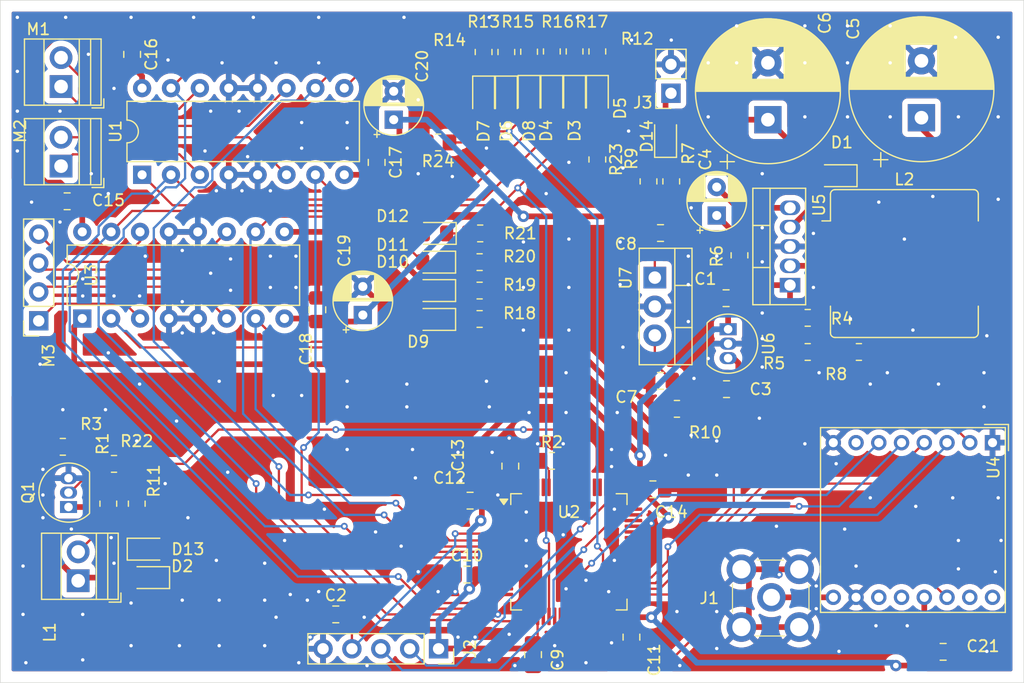
<source format=kicad_pcb>
(kicad_pcb (version 20240108) (generator "pcbnew") (generator_version "8.0")
  (layers (0 "F.Cu" signal) (31 "B.Cu" signal) (34 "B.Paste" user) (35 "F.Paste" user) (36 "B.SilkS" user "B.Silkscreen") (37 "F.SilkS" user "F.Silkscreen") (38 "B.Mask" user) (39 "F.Mask" user) (44 "Edge.Cuts" user))
  (net 0 "")
  (net 1 "/mcu/RESET")
  (net 2 "GND")
  (net 3 "Net-(U4-ANT)")
  (net 4 "+3V3")
  (net 5 "/mcu/SWDIO")
  (net 6 "/mcu/SWCLK")
  (net 7 "Net-(M1--)")
  (net 8 "Net-(M1-+)")
  (net 9 "Net-(M2--)")
  (net 10 "Net-(M2-+)")
  (net 11 "Net-(U3-1Y)")
  (net 12 "Net-(M3--)")
  (net 13 "Net-(U3-3Y)")
  (net 14 "Net-(U3-4Y)")
  (net 15 "Net-(U2-BOOT0)")
  (net 16 "DC_MOTOR2")
  (net 17 "DC_MOTOR_EN1_2")
  (net 18 "DC_MOTOR3")
  (net 19 "DC_MOTOR4")
  (net 20 "+BATT")
  (net 21 "DC_MOTOR_EN3_4")
  (net 22 "DC_MOTOR1")
  (net 24 "NSS")
  (net 31 "SCK")
  (net 46 "STEPPER4")
  (net 48 "STEPPER1")
  (net 50 "MOSI")
  (net 52 "STEPPER3")
  (net 54 "RESET_RADIO")
  (net 56 "MISO")
  (net 59 "STEPPER2")
  (net 60 "RADIO_DONE")
  (net 69 "ELECTROMAGNET")
  (net 70 "Net-(Q1-D)")
  (net 71 "+6V")
  (net 72 "Net-(U5-COMPENSATION)")
  (net 73 "Net-(C4-Pad1)")
  (net 74 "Net-(C5-Pad1)")
  (net 75 "Net-(U5-INPUT)")
  (net 76 "Net-(U7-OUT)")
  (net 77 "Net-(U7-IN)")
  (net 78 "Net-(D1-K)")
  (net 79 "Net-(U5-FEEDBACK)")
  (net 80 "Net-(D2-K)")
  (net 81 "Net-(D3-K)")
  (net 82 "Net-(D4-K)")
  (net 83 "Net-(D5-K)")
  (net 84 "Net-(D6-K)")
  (net 85 "Net-(D7-K)")
  (net 86 "Net-(D8-K)")
  (net 87 "Net-(D9-K)")
  (net 88 "Net-(D10-K)")
  (net 89 "Net-(D11-K)")
  (net 90 "Net-(D12-K)")
  (net 91 "Net-(D13-A)")
  (net 92 "Net-(D14-A)")
  (net 93 "Net-(Q1-G)")
  (footprint "LED_SMD:LED_0805_2012Metric_Pad1.15x1.40mm_HandSolder" (layer "F.Cu") (at 100.675 83.525 180)
    (property "Reference" "D11")
    (property "Value" "LED")
  )
  (footprint "Package_DIP:DIP-16_W7.62mm" (layer "F.Cu") (at 74.97 75.845 90)
    (property "Reference" "U1")
    (property "Value" "L293D")
  )
  (footprint "Resistor_SMD:R_0805_2012Metric_Pad1.20x1.40mm_HandSolder" (layer "F.Cu") (at 133.5 91.426041)
    (property "Reference" "R5")
    (property "Value" "39k")
  )
  (footprint "Resistor_SMD:R_0805_2012Metric_Pad1.20x1.40mm_HandSolder" (layer "F.Cu") (at 115 65 90)
    (property "Reference" "R12")
    (property "Value" "330")
  )
  (footprint "Capacitor_SMD:C_0805_2012Metric_Pad1.18x1.45mm_HandSolder" (layer "F.Cu") (at 68.38 78.174657)
    (property "Reference" "C15")
    (property "Value" "100n")
  )
  (footprint "Capacitor_SMD:C_0805_2012Metric_Pad1.18x1.45mm_HandSolder" (layer "F.Cu") (at 103.811029 104.5)
    (property "Reference" "C12")
    (property "Value" "100n")
  )
  (footprint "Resistor_SMD:R_0805_2012Metric_Pad1.20x1.40mm_HandSolder" (layer "F.Cu") (at 113 65 90)
    (property "Reference" "R17")
    (property "Value" "330")
  )
  (footprint "Resistor_SMD:R_0805_2012Metric_Pad1.20x1.40mm_HandSolder" (layer "F.Cu") (at 138 91.426041)
    (property "Reference" "R8")
    (property "Value" "0")
  )
  (footprint "Capacitor_SMD:C_0805_2012Metric_Pad1.18x1.45mm_HandSolder" (layer "F.Cu") (at 109.348529 118.0375 90)
    (property "Reference" "C9")
    (property "Value" "100n")
  )
  (footprint "Resistor_SMD:R_0805_2012Metric_Pad1.20x1.40mm_HandSolder" (layer "F.Cu") (at 104.65 83.525)
    (property "Reference" "R20")
    (property "Value" "330")
  )
  (footprint "digikey-footprints:RF_SMA_Vertical_5-1814832-1" (layer "F.Cu") (at 130.21 113.075)
    (property "Reference" "J1")
    (property "Value" "5-1814832-1")
  )
  (footprint "Resistor_SMD:R_0805_2012Metric_Pad1.20x1.40mm_HandSolder" (layer "F.Cu") (at 101 73 180)
    (property "Reference" "R24")
    (property "Value" "4k7")
  )
  (footprint "Capacitor_THT:CP_Radial_D5.0mm_P2.50mm" (layer "F.Cu") (at 125.5 79.426041 90)
    (property "Reference" "C4")
    (property "Value" "0.1u")
  )
  (footprint "Resistor_SMD:R_0805_2012Metric_Pad1.20x1.40mm_HandSolder" (layer "F.Cu") (at 68 99.765 180)
    (property "Reference" "R3")
    (property "Value" "4k7")
  )
  (footprint "Resistor_SMD:R_0805_2012Metric_Pad1.20x1.40mm_HandSolder" (layer "F.Cu") (at 107 65.05 90)
    (property "Reference" "R13")
    (property "Value" "330")
  )
  (footprint "Connector_PinSocket_2.54mm:PinSocket_1x02_P2.54mm_Vertical" (layer "F.Cu") (at 121.475 68.676041 180)
    (property "Reference" "J3")
    (property "Value" "xt60")
  )
  (footprint "Capacitor_SMD:C_0805_2012Metric_Pad1.18x1.45mm_HandSolder" (layer "F.Cu") (at 126.3225 86.696041 180)
    (property "Reference" "C1")
    (property "Value" "0.1u")
  )
  (footprint "Resistor_SMD:R_0805_2012Metric_Pad1.20x1.40mm_HandSolder" (layer "F.Cu") (at 72 104.765 90)
    (property "Reference" "R1")
    (property "Value" "10")
  )
  (footprint "Capacitor_SMD:C_0805_2012Metric_Pad1.18x1.45mm_HandSolder" (layer "F.Cu") (at 145.4075 117.7925 180)
    (property "Reference" "C21")
    (property "Value" "100n")
  )
  (footprint "Resistor_SMD:R_0805_2012Metric_Pad1.20x1.40mm_HandSolder" (layer "F.Cu") (at 119.5 76.426041 90)
    (property "Reference" "R9")
    (property "Value" "0")
  )
  (footprint "Resistor_SMD:R_0805_2012Metric_Pad1.20x1.40mm_HandSolder" (layer "F.Cu") (at 104.7 81)
    (property "Reference" "R21")
    (property "Value" "330")
  )
  (footprint "LED_SMD:LED_0805_2012Metric_Pad1.15x1.40mm_HandSolder" (layer "F.Cu") (at 105 69.025 -90)
    (property "Reference" "D7")
    (property "Value" "LED")
  )
  (footprint "LED_SMD:LED_0805_2012Metric_Pad1.15x1.40mm_HandSolder" (layer "F.Cu") (at 100.675 86.025 180)
    (property "Reference" "D10")
    (property "Value" "LED")
  )
  (footprint "Capacitor_SMD:C_0805_2012Metric_Pad1.18x1.45mm_HandSolder" (layer "F.Cu") (at 92.0025 114.5)
    (property "Reference" "C2")
    (property "Value" "100n")
  )
  (footprint "Capacitor_SMD:C_0805_2012Metric_Pad1.18x1.45mm_HandSolder" (layer "F.Cu") (at 90.38 87.712157 -90)
    (property "Reference" "C18")
    (property "Value" "100n")
  )
  (footprint "Package_TO_SOT_THT:TO-220-5_Vertical" (layer "F.Cu") (at 131.945 85.549811 90)
    (property "Reference" "U5")
    (property "Value" "MC34166TG")
  )
  (footprint "Connector_PinSocket_2.54mm:PinSocket_1x04_P2.54mm_Vertical" (layer "F.Cu") (at 65.88 88.685 180)
    (property "Reference" "M3")
    (property "Value" "Stepper_Motor_bipolar")
  )
  (footprint "Resistor_SMD:R_0805_2012Metric_Pad1.20x1.40mm_HandSolder" (layer "F.Cu") (at 74.5 104.765 90)
    (property "Reference" "R11")
    (property "Value" "1k")
  )
  (footprint "Capacitor_THT:CP_Radial_D12.5mm_P5.00mm" (layer "F.Cu") (at 130 71 90)
    (property "Reference" "C6")
    (property "Value" "330u")
  )
  (footprint "Resistor_SMD:R_0805_2012Metric_Pad1.20x1.40mm_HandSolder" (layer "F.Cu") (at 104.65 86.025)
    (property "Reference" "R19")
    (property "Value" "330")
  )
  (footprint "Connector_PinSocket_2.54mm:PinSocket_1x05_P2.54mm_Vertical" (layer "F.Cu") (at 101.04 117.525 -90)
    (property "Reference" "J2")
    (property "Value" "programmer")
  )
  (footprint "Capacitor_THT:CP_Radial_D5.0mm_P2.50mm" (layer "F.Cu") (at 94.38 88.174657 90)
    (property "Reference" "C19")
    (property "Value" "10u")
  )
  (footprint "Resistor_SMD:R_0805_2012Metric_Pad1.20x1.40mm_HandSolder" (layer "F.Cu") (at 72.5 101.265 180)
    (property "Reference" "R22")
    (property "Value" "1k")
  )
  (footprint "Resistor_SMD:R_0805_2012Metric_Pad1.20x1.40mm_HandSolder" (layer "F.Cu") (at 111 65 90)
    (property "Reference" "R16")
    (property "Value" "330")
  )
  (footprint "Resistor_SMD:R_0805_2012Metric_Pad1.20x1.40mm_HandSolder" (layer "F.Cu") (at 104.65 88.525)
    (property "Reference" "R18")
    (property "Value" "330")
  )
  (footprint "Capacitor_SMD:C_0805_2012Metric_Pad1.18x1.45mm_HandSolder" (layer "F.Cu") (at 107.348529 101.4625 -90)
    (property "Reference" "C13")
    (property "Value" "100n")
  )
  (footprint "TerminalBlock:TerminalBlock_Xinya_XY308-2.54-2P_1x02_P2.54mm_Horizontal" (layer "F.Cu") (at 67.845 75.085 90)
    (property "Reference" "M2")
    (property "Value" "Motor_DC")
  )
  (footprint "RF_Module:HOPERF_RFM9XW_THT" (layer "F.Cu") (at 149.75 99.4 -90)
    (property "Reference" "U4")
    (property "Value" "RFM98W-433S2")
  )
  (footprint "LED_SMD:LED_0805_2012Metric_Pad1.15x1.40mm_HandSolder" (layer "F.Cu") (at 111 68.975 -90)
    (property "Reference" "D4")
    (property "Value" "LED")
  )
  (footprint "Package_QFP:LQFP-64_10x10mm_P0.5mm" (layer "F.Cu") (at 112.5 109)
    (property "Reference" "U2")
    (property "Value" "STM32L476RGTx")
  )
  (footprint "LED_SMD:LED_0805_2012Metric_Pad1.15x1.40mm_HandSolder" (layer "F.Cu") (at 121 72.451041 90)
    (property "Reference" "D14")
    (property "Value" "D")
  )
  (footprint "Resistor_SMD:R_0805_2012Metric_Pad1.20x1.40mm_HandSolder" (layer "F.Cu") (at 105 65.05 90)
    (property "Reference" "R14")
    (property "Value" "330")
  )
  (footprint "LED_SMD:LED_0805_2012Metric_Pad1.15x1.40mm_HandSolder" (layer "F.Cu") (at 113 68.975 -90)
    (property "Reference" "D3")
    (property "Value" "LED")
  )
  (footprint "Capacitor_SMD:C_0805_2012Metric_Pad1.18x1.45mm_HandSolder" (layer "F.Cu") (at 74.095 65.2575 -90)
    (property "Reference" "C16")
    (property "Value" "100n")
  )
  (footprint "Package_TO_SOT_THT:TO-92_Inline" (layer "F.Cu") (at 126.5 89.426041 -90)
    (property "Reference" "U6")
    (property "Value" "L78L33_TO92")
  )
  (footprint "Resistor_SMD:R_0805_2012Metric_Pad1.20x1.40mm_HandSolder" (layer "F.Cu") (at 115 74.5 -90)
    (property "Reference" "R23")
    (property "Value" "4k7")
  )
  (footprint "Capacitor_SMD:C_0805_2012Metric_Pad1.18x1.45mm_HandSolder" (layer "F.Cu") (at 120.555 80.966041 180)
    (property "Reference" "C8")
    (property "Value" "0.33u")
  )
  (footprint "Package_TO_SOT_THT:TO-220-3_Vertical" (layer "F.Cu") (at 120.055 84.886041 -90)
    (property "Reference" "U7")
    (property "Value" "L7806")
  )
  (footprint "LED_SMD:LED_0805_2012Metric_Pad1.15x1.40mm_HandSolder" (layer "F.Cu") (at 115 68.975 -90)
    (property "Reference" "D5")
    (property "Value" "LED")
  )
  (footprint "Resistor_SMD:R_0805_2012Metric_Pad1.20x1.40mm_HandSolder" (layer "F.Cu") (at 121.5 76.426041 90)
    (property "Reference" "R7")
    (property "Value" "0")
  )
  (footprint "LED_SMD:LED_0805_2012Metric_Pad1.15x1.40mm_HandSolder" (layer "F.Cu") (at 75.525 108.765)
    (property "Reference" "D13")
    (property "Value" "D")
  )
  (footprint "Capacitor_SMD:C_0805_2012Metric_Pad1.18x1.45mm_HandSolder" (layer "F.Cu") (at 126.36 94.696041 180)
    (property "Reference" "C3")
    (property "Value" "0.33u")
  )
  (footprint "Package_TO_SOT_THT:TO-92_Inline" (layer "F.Cu") (at 68.5 105.06 90)
    (property "Reference" "Q1")
    (property "Value" "NMOS")
  )
  (footprint "LED_SMD:LED_0805_2012Metric_Pad1.15x1.40mm_HandSolder" (layer "F.Cu") (at 109 68.975 -90)
    (property "Reference" "D8")
    (property "Value" "LED")
  )
  (footprint "Capacitor_SMD:C_0805_2012Metric_Pad1.18x1.45mm_HandSolder" (layer "F.Cu") (at 120.555 93.966041 180)
    (property "Reference" "C7")
    (property "Value" "0.1u")
  )
  (footprint "Package_DIP:DIP-16_W7.62mm" (layer "F.Cu") (at 69.71 88.485 90)
    (property "Reference" "U3")
    (property "Value" "L293D")
  )
  (footprint "Diode_SMD:D_0805_2012Metric_Pad1.15x1.40mm_HandSolder" (layer "F.Cu") (at 135.975 75.926041 180)
    (property "Reference" "D1")
    (property "Value" "D_Schottky")
  )
  (footprint "Capacitor_THT:CP_Radial_D12.5mm_P5.00mm" (layer "F.Cu") (at 143.5 70.823959 90)
    (property "Reference" "C5")
    (property "Value" "22000u")
  )
  (footprint "TerminalBlock:TerminalBlock_Xinya_XY308-2.54-2P_1x02_P2.54mm_Horizontal" (layer "F.Cu") (at 69.35 111.54 90)
    (property "Reference" "L1")
    (property "Value" "ElectromagneticActor")
  )
  (footprint "Resistor_SMD:R_0805_2012Metric_Pad1.20x1.40mm_HandSolder" (layer "F.Cu") (at 111 101)
    (property "Reference" "R2")
    (property "Value" "10k")
  )
  (footprint "LED_SMD:LED_0805_2012Metric_Pad1.15x1.40mm_HandSolder" (layer "F.Cu") (at 100.725 81 180)
    (property "Reference" "D12")
    (property "Value" "LED")
  )
  (footprint "Resistor_SMD:R_0805_2012Metric_Pad1.20x1.40mm_HandSolder" (layer "F.Cu") (at 122 96.426041 180)
    (property "Reference" "R10")
    (property "Value" "0")
  )
  (footprint "LED_SMD:LED_0805_2012Metric_Pad1.15x1.40mm_HandSolder" (layer "F.Cu") (at 107 69.025 -90)
    (property "Reference" "D6")
    (property "Value" "LED")
  )
  (footprint "Resistor_SMD:R_0805_2012Metric_Pad1.20x1.40mm_HandSolder" (layer "F.Cu") (at 133.5 88.426041)
    (property "Reference" "R4")
    (property "Value" "6.8k")
  )
  (footprint "Capacitor_SMD:C_0805_2012Metric_Pad1.18x1.45mm_HandSolder" (layer "F.Cu") (at 118 116.5 90)
    (property "Reference" "C11")
    (property "Value" "100n")
  )
  (footprint "Capacitor_SMD:C_0805_2012Metric_Pad1.18x1.45mm_HandSolder" (layer "F.Cu") (at 95.595 74.7575 -90)
    (property "Reference" "C17")
    (property "Value" "100n")
  )
  (footprint "TerminalBlock:TerminalBlock_Xinya_XY308-2.54-2P_1x02_P2.54mm_Horizontal" (layer "F.Cu") (at 67.845 68.085 90)
    (property "Reference" "M1")
    (property "Value" "Motor_DC")
  )
  (footprint "Inductor_SMD:L_Bourns_SRR1208_12.7x12.7mm" (layer "F.Cu") (at 142 83.649811)
    (property "Reference" "L2")
    (property "Value" "180u")
  )
  (footprint "LED_SMD:LED_0805_2012Metric_Pad1.15x1.40mm_HandSolder" (layer "F.Cu") (at 75.525 111.265 180)
    (property "Reference" "D2")
    (property "Value" "LED")
  )
  (footprint "LED_SMD:LED_0805_2012Metric_Pad1.15x1.40mm_HandSolder" (layer "F.Cu") (at 100.675 88.565 180)
    (property "Reference" "D9")
    (property "Value" "LED")
  )
  (footprint "Resistor_SMD:R_0805_2012Metric_Pad1.20x1.40mm_HandSolder" (layer "F.Cu") (at 127.5 82.926041 -90)
    (property "Reference" "R6")
    (property "Value" "68k")
  )
  (footprint "Resistor_SMD:R_0805_2012Metric_Pad1.20x1.40mm_HandSolder" (layer "F.Cu") (at 109 65.025 90)
    (property "Reference" "R15")
    (property "Value" "330")
  )
  (footprint "Capacitor_SMD:C_0805_2012Metric_Pad1.18x1.45mm_HandSolder" (layer "F.Cu") (at 103.5375 111)
    (property "Reference" "C10")
    (property "Value" "100n")
  )
  (footprint "Capacitor_THT:CP_Radial_D5.0mm_P2.50mm" (layer "F.Cu") (at 97.095 71.000113 90)
    (property "Reference" "C20")
    (property "Value" "10u")
  )
  (footprint "Capacitor_SMD:C_0805_2012Metric_Pad1.18x1.45mm_HandSolder" (layer "F.Cu") (at 119.886029 103.5 180)
    (property "Reference" "C14")
    (property "Value" "100n")
  )
  (gr_rect (start 62.5 60.5) (end 152.5 120.5) (stroke (width 0.05)) (fill none) (layer "Edge.Cuts"))
  (segment (start 106.01759 108.25) (end 106.825 108.25) (width 0.2) (layer "F.Cu") (net 1))
  (segment (start 93.42 114.88) (end 93.04 114.5) (width 0.2) (layer "F.Cu") (net 1))
  (segment (start 93.42 117.525) (end 93.42 114.88) (width 0.2) (layer "F.Cu") (net 1))
  (segment (start 102.5 107.4) (end 105.16759 107.4) (width 0.2) (layer "F.Cu") (net 1))
  (segment (start 105.16759 107.4) (end 106.01759 108.25) (width 0.2) (layer "F.Cu") (net 1))
  (via (at 102.5 107.4) (size 0.6) (drill 0.3) (layers "F.Cu" "B.Cu") (net 1))
  (segment (start 102.5 108.445) (end 93.42 117.525) (width 0.2) (layer "B.Cu") (net 1))
  (segment (start 102.5 107.4) (end 102.5 108.445) (width 0.2) (layer "B.Cu") (net 1))
  (segment (start 109.25 105.25) (end 109.5 105.5) (width 0.2) (layer "F.Cu") (net 2))
  (segment (start 106.825 110.75) (end 108.25 110.75) (width 0.2) (layer "F.Cu") (net 2))
  (segment (start 108.25 110.75) (end 108.75 110.25) (width 0.2) (layer "F.Cu") (net 2))
  (segment (start 133.4075 115.615) (end 128.3275 115.615) (width 0.5) (layer "F.Cu") (net 2))
  (segment (start 109 64.025) (end 111.5 64.025) (width 0.5) (layer "F.Cu") (net 2))
  (segment (start 108.75 110.25) (end 109 110.5) (width 0.2) (layer "F.Cu") (net 2))
  (segment (start 118.175 105.75) (end 117 105.75) (width 0.2) (layer "F.Cu") (net 2))
  (segment (start 105.65 81.025) (end 105.65 83.525) (width 0.5) (layer "F.Cu") (net 2))
  (segment (start 105.65 86.025) (end 105.65 88.525) (width 0.5) (layer "F.Cu") (net 2))
  (segment (start 115.75 112.75) (end 116 112.5) (width 0.2) (layer "F.Cu") (net 2))
  (segment (start 109.25 112.25) (end 109.5 112) (width 0.2) (layer "F.Cu") (net 2))
  (segment (start 106.5 64.025) (end 109 64.025) (width 0.5) (layer "F.Cu") (net 2))
  (segment (start 115.75 114.675) (end 115.75 112.75) (width 0.2) (layer "F.Cu") (net 2))
  (segment (start 104.75 64.025) (end 107.25 64.025) (width 0.5) (layer "F.Cu") (net 2))
  (segment (start 112.75 64.025) (end 115.25 64.025) (width 0.5) (layer "F.Cu") (net 2))
  (segment (start 110.75 64.025) (end 113.25 64.025) (width 0.5) (layer "F.Cu") (net 2))
  (segment (start 109.25 103.325) (end 109.25 105.25) (width 0.2) (layer "F.Cu") (net 2))
  (segment (start 105.65 83.525) (end 105.65 86.025) (width 0.5) (layer "F.Cu") (net 2))
  (segment (start 109.25 114.675) (end 109.25 112.25) (width 0.2) (layer "F.Cu") (net 2))
  (segment (start 128.3275 115.615) (end 128.3275 110.535) (width 0.5) (layer "F.Cu") (net 2))
  (segment (start 128.3275 110.535) (end 133.4075 110.535) (width 0.5) (layer "F.Cu") (net 2))
  (segment (start 117 105.75) (end 116.5 105.25) (width 0.2) (layer "F.Cu") (net 2))
  (via (at 78.5 113.25) (size 0.6) (drill 0.3) (layers "F.Cu" "B.Cu") (net 2))
  (via (at 124.75 92) (size 0.6) (drill 0.3) (layers "F.Cu" "B.Cu") (net 2))
  (via (at 117.75 72) (size 0.6) (drill 0.3) (layers "F.Cu" "B.Cu") (net 2))
  (via (at 134 85.75) (size 0.6) (drill 0.3) (layers "F.Cu" "B.Cu") (net 2))
  (via (at 67.75 70.25) (size 0.6) (drill 0.3) (layers "F.Cu" "B.Cu") (net 2))
  (via (at 78.5 87) (size 0.6) (drill 0.3) (layers "F.Cu" "B.Cu") (net 2))
  (via (at 105.75 100.25) (size 0.6) (drill 0.3) (layers "F.Cu" "B.Cu") (net 2))
  (via (at 70.5 75.75) (size 0.6) (drill 0.3) (layers "F.Cu" "B.Cu") (net 2))
  (via (at 140.5 93.25) (size 0.6) (drill 0.3) (layers "F.Cu" "B.Cu") (net 2))
  (via (at 116 112.5) (size 0.6) (drill 0.3) (layers "F.Cu" "B.Cu") (net 2))
  (via (at 120 117.5) (size 0.6) (drill 0.3) (layers "F.Cu" "B.Cu") (net 2))
  (via (at 119.75 106.5) (size 0.6) (drill 0.3) (layers "F.Cu" "B.Cu") (net 2))
  (via (at 133.25 66) (size 0.6) (drill 0.3) (layers "F.Cu" "B.Cu") (net 2))
  (via (at 133.25 99.5) (size 0.6) (drill 0.3) (layers "F.Cu" "B.Cu") (net 2))
  (via (at 116.75 96.75) (size 0.6) (drill 0.3) (layers "F.Cu" "B.Cu") (net 2))
  (via (at 85.75 110) (size 0.6) (drill 0.3) (layers "F.Cu" "B.Cu") (net 2))
  (via (at 72 77.5) (size 0.6) (drill 0.3) (layers "F.Cu" "B.Cu") (net 2))
  (via (at 72 91.5) (size 0.6) (drill 0.3) (layers "F.Cu" "B.Cu") (net 2))
  (via (at 114 111.5) (size 0.6) (drill 0.3) (layers "F.Cu" "B.Cu") (net 2))
  (via (at 79.5 62) (size 0.6) (drill 0.3) (layers "F.Cu" "B.Cu") (net 2))
  (via (at 89 95.25) (size 0.6) (drill 0.3) (layers "F.Cu" "B.Cu") (net 2))
  (via (at 101 112.5) (size 0.6) (drill 0.3) (layers "F.Cu" "B.Cu") (net 2))
  (via (at 81.5 109.75) (size 0.6) (drill 0.3) (layers "F.Cu" "B.Cu") (net 2))
  (via (at 125.5 117.5) (size 0.6) (drill 0.3) (layers "F.Cu" "B.Cu") (net 2))
  (via (at 146.75 110.5) (size 0.6) (drill 0.3) (layers "F.Cu" "B.Cu") (net 2))
  (via (at 145 94.25) (size 0.6) (drill 0.3) (layers "F.Cu" "B.Cu") (net 2))
  (via (at 64 73.75) (size 0.6) (drill 0.3) (layers "F.Cu" "B.Cu") (net 2))
  (via (at 93 71.25) (size 0.6) (drill 0.3) (layers "F.Cu" "B.Cu") (net 2))
  (via (at 150.25 63.75) (size 0.6) (drill 0.3) (layers "F.Cu" "B.Cu") (net 2))
  (via (at 102.5 112.5) (size 0.6) (drill 0.3) (layers "F.Cu" "B.Cu") (net 2))
  (via (at 127.25 62.75) (size 0.6) (drill 0.3) (layers "F.Cu" "B.Cu") (net 2))
  (via (at 89 71.25) (size 0.6) (drill 0.3) (layers "F.Cu" "B.Cu") (net 2))
  (via (at 88.5 85.75) (size 0.6) (drill 0.3) (layers "F.Cu" "B.Cu") (net 2))
  (via (at 139 94.25) (size 0.6) (drill 0.3) (layers "F.Cu" "B.Cu") (net 2))
  (via (at 129.25 97.25) (size 0.6) (drill 0.3) (layers "F.Cu" "B.Cu") (net 2))
  (via (at 116.5 109.75) (size 0.6) (drill 0.3) (layers "F.Cu" "B.Cu") (net 2))
  (via (at 81.5 77.25) (size 0.6) (drill 0.3) (layers "F.Cu" "B.Cu") (net 2))
  (via (at 112 99.5) (size 0.6) (drill 0.3) (layers "F.Cu" "B.Cu") (net 2))
  (via (at 88.75 118.75) (size 0.6) (drill 0.3) (layers "F.Cu" "B.Cu") (net 2))
  (via (at 105.5 118.5) (size 0.6) (drill 0.3) (layers "F.Cu" "B.Cu") (net 2))
  (via (at 107.25 99) (size 0.6) (drill 0.3) (layers "F.Cu" "B.Cu") (net 2))
  (via (at 107.25 116.25) (size 0.6) (drill 0.3) (layers "F.Cu" "B.Cu") (net 2))
  (via (at 104.25 116.5) (size 0.6) (drill 0.3) (layers "F.Cu" "B.Cu") (net 2))
  (via (at 64 62) (size 0.6) (drill 0.3) (layers "F.Cu" "B.Cu") (net 2))
  (via (at 139 104.25) (size 0.6) (drill 0.3) (layers "F.Cu" "B.Cu") (net 2))
  (via (at 98 62) (size 0.6) (drill 0.3) (layers "F.Cu" "B.Cu") (net 2))
  (via (at 112 107.5) (size 0.6) (drill 0.3) (layers "F.Cu" "B.Cu") (net 2))
  (via (at 79 106) (size 0.6) (drill 0.3) (layers "F.Cu" "B.Cu") (net 2))
  (via (at 108.5 89.5) (size 0.6) (drill 0.3) (layers "F.Cu" "B.Cu") (net 2))
  (via (at 125.5 114.25) (size 0.6) (drill 0.3) (layers "F.Cu" "B.Cu") (net 2))
  (via (at 149 93.25) (size 0.6) (drill 0.3) (layers "F.Cu" "B.Cu") (net 2))
  (via (at 69.75 85) (size 0.6) (drill 0.3) (layers "F.Cu" "B.Cu") (net 2))
  (via (at 129.5 75.75) (size 0.6) (drill 0.3) (layers "F.Cu" "B.Cu") (net 2))
  (via (at 109 96.75) (size 0.6) (drill 0.3) (layers "F.Cu" "B.Cu") (net 2))
  (via (at 133.25 70.75) (size 0.6) (drill 0.3) (layers "F.Cu" "B.Cu") (net 2))
  (via (at 137 62.75) (size 0.6) (drill 0.3) (layers "F.Cu" "B.Cu") (net 2))
  (via (at 106.25 114.5) (size 0.6) (drill 0.3) (layers "F.Cu" "B.Cu") (net 2))
  (via (at 68 96.5) (size 0.6) (drill 0.3) (layers "F.Cu" "B.Cu") (net 2))
  (via (at 123.25 78.75) (size 0.6) (drill 0.3) (layers "F.Cu" "B.Cu") (net 2))
  (via (at 86.25 77.25) (size 0.6) (drill 0.3) (layers "F.Cu" "B.Cu") (net 2))
  (via (at 136.25 117.75) (size 0.6) (drill 0.3) (layers "F.Cu" "B.Cu") (net 2))
  (via (at 143 105) (size 0.6) (drill 0.3) (layers "F.Cu" "B.Cu") (net 2))
  (via (at 146.5 63.75) (size 0.6) (drill 0.3) (layers "F.Cu" "B.Cu") (net 2))
  (via (at 140.75 62.75) (size 0.6) (drill 0.3) (layers "F.Cu" "B.Cu") (net 2))
  (via (at 78.25 117.25) (size 0.6) (drill 0.3) (layers "F.Cu" "B.Cu") (net 2))
  (via (at 78.5 82.5) (size 0.6) (drill 0.3) (layers "F.Cu" "B.Cu") (net 2))
  (via (at 129.5 83.5) (size 0.6) (drill 0.3) (layers "F.Cu" "B.Cu") (net 2))
  (via (at 72.25 107.75) (size 0.6) (drill 0.3) (layers "F.Cu" "B.Cu") (net 2))
  (via (at 136 101.25) (size 0.6) (drill 0.3) (layers "F.Cu" "B.Cu") (net 2))
  (via (at 70.25 65.25) (size 0.6) (drill 0.3) (layers "F.Cu" "B.Cu") (net 2))
  (via (at 72.5 68.25) (size 0.6) (drill 0.3) (layers "F.Cu" "B.Cu") (net 2))
  (via (at 150.25 78) (size 0.6) (drill 0.3) (layers "F.Cu" "B.Cu") (net 2))
  (via (at 116.25 101.5) (size 0.6) (drill 0.3) (layers "F.Cu" "B.Cu") (net 2))
  (via (at 88.5 83) (size 0.6) (drill 0.3) (layers "F.Cu" "B.Cu") (net 2))
  (via (at 90.5 62) (size 0.6) (drill 0.3) (layers "F.Cu" "B.Cu") (net 2))
  (via (at 113.25 62) (size 0.6) (drill 0.3) (layers "F.Cu" "B.Cu") (net 2))
  (via (at 109.75 99.5) (size 0.6) (drill 0.3) (layers "F.Cu" "B.Cu") (net 2))
  (via (at 127.25 66) (size 0.6) (drill 0.3) (layers "F.Cu" "B.Cu") (net 2))
  (via (at 146.25 104.25) (size 0.6) (drill 0.3) (layers "F.Cu" "B.Cu") (net 2))
  (via (at 146.75 70.75) (size 0.6) (drill 0.3) (layers "F.Cu" "B.Cu") (net 2))
  (via (at 88 112.75) (size 0.6) (drill 0.3) (layers "F.Cu" "B.Cu") (net 2))
  (via (at 125.5 102.25) (size 0.6) (drill 0.3) (layers "F.Cu" "B.Cu") (net 2))
  (via (at 64.5 114.5) (size 0.6) (drill 0.3) (layers "F.Cu" "B.Cu") (net 2))
  (via (at 105.25 73.5) (size 0.6) (drill 0.3) (layers "F.Cu" "B.Cu") (net 2))
  (via (at 94.75 119) (size 0.6) (drill 0.3) (layers "F.Cu" "B.Cu") (net 2))
  (via (at 124.75 66) (size 0.6) (drill 0.3) (layers "F.Cu" "B.Cu") (net 2))
  (via (at 142.25 115.5) (size 0.6) (drill 0.3) (layers "F.Cu" "B.Cu") (net 2))
  (via (at 65.25 78.25) (size 0.6) (drill 0.3) (layers "F.Cu" "B.Cu") (net 2))
  (via (at 142.75 89.5) (size 0.6) (drill 0.3) (layers "F.Cu" "B.Cu") (net 2))
  (via (at 123 102.25) (size 0.6) (drill 0.3) (layers "F.Cu" "B.Cu") (net 2))
  (via (at 112.5 74.75) (size 0.6) (drill 0.3) (layers "F.Cu" "B.Cu") (net 2))
  (via (at 134.25 114) (size 0.6) (drill 0.3) (layers "F.Cu" "B.Cu") (net 2))
  (via (at 78.5 89.75) (size 0.6) (drill 0.3) (layers "F.Cu" "B.Cu") (net 2))
  (via (at 94.5 114.75) (size 0.6) (drill 0.3) (layers "F.Cu" "B.Cu") (net 2))
  (via (at 90.5 66) (size 0.6) (drill 0.3) (layers "F.Cu" "B.Cu") (net 2))
  (via (at 121 100.5) (size 0.6) (drill 0.3) (layers "F.Cu" "B.Cu") (net 2))
  (via (at 112.25 112.25) (size 0.6) (drill 0.3) (layers "F.Cu" "B.Cu") (net 2))
  (via (at 111.5 119) (size 0.6) (drill 0.3) (layers "F.Cu" "B.Cu") (net 2))
  (via (at 149.25 90) (size 0.6) (drill 0.3) (layers "F.Cu" "B.Cu") (net 2))
  (via (at 69.75 114.5) (size 0.6) (drill 0.3) (layers "F.Cu" "B.Cu") (net 2))
  (via (at 105.5 62) (size 0.6) (drill 0.3) (layers "F.Cu" "B.Cu") (net 2))
  (via (at 98.75 100) (size 0.6) (drill 0.3) (layers "F.Cu" "B.Cu") (net 2))
  (via (at 90.5 112.5) (size 0.6) (drill 0.3) (layers "F.Cu" "B.Cu") (net 2))
  (via (at 123.5 93.75) (size 0.6) (drill 0.3) (layers "F.Cu" "B.Cu") (net 2))
  (via (at 77 103) (size 0.6) (drill 0.3) (layers "F.Cu" "B.Cu") (net 2))
  (via (at 144.5 77.75) (size 0.6) (drill 0.3) (layers "F.Cu" "B.Cu") (net 2))
  (via (at 129.5 90.25) (size 0.6) (drill 0.3) (layers "F.Cu" "B.Cu") (net 2))
  (via (at 87.5 108) (size 0.6) (drill 0.3) (layers "F.Cu" "B.Cu") (net 2))
  (via (at 82.75 86) (size 0.6) (drill 0.3) (layers "F.Cu" "B.Cu") (net 2))
  (via (at 122.25 119) (size 0.6) (drill 0.3) (layers "F.Cu" "B.Cu") (net 2))
  (via (at 105.25 94) (size 0.6) (drill 0.3) (layers "F.Cu" "B.Cu") (net 2))
  (via (at 95.5 107.25) (size 0.6) (drill 0.3) (layers "F.Cu" "B.Cu") (net 2))
  (via (at 150.25 104.25) (size 0.6) (drill 0.3) (layers "F.Cu" "B.Cu") (net 2))
  (via (at 130.75 106.75) (size 0.6) (drill 0.3) (layers "F.Cu" "B.Cu") (net 2))
  (via (at 89.75 116.5) (size 0.6) (drill 0.3) (layers "F.Cu" "B.Cu") (net 2))
  (via (at 64.75 118.75) (size 0.6) (drill 0.3) (layers "F.Cu" "B.Cu") (net 2))
  (via (at 105.5 96.25) (size 0.6) (drill 0.3) (layers "F.Cu" "B.Cu") (net 2))
  (via (at 72.5 86.5) (size 0.6) (drill 0.3) (layers "F.Cu" "B.Cu") (net 2))
  (via (at 134.5 93.25) (size 0.6) (drill 0.3) (layers "F.Cu" "B.Cu") (net 2))
  (via (at 82 66) (size 0.6) (drill 0.3) (layers "F.Cu" "B.Cu") (net 2))
  (via (at 123 83) (size 0.6) (drill 0.3) (layers "F.Cu" "B.Cu") (net 2))
  (via (at 98.25 96.25) (size 0.6) (drill 0.3) (layers "F.Cu" "B.Cu") (net 2))
  (via (at 82.5 102) (size 0.6) (drill 0.3) (layers "F.Cu" "B.Cu") (net 2))
  (via (at 93 100) (size 0.6) (drill 0.3) (layers "F.Cu" "B.Cu") (net 2))
  (via (at 78 97.5) (size 0.6) (drill 0.3) (layers "F.Cu" "B.Cu") (net 2))
  (via (at 149.25 117.75) (size 0.6) (drill 0.3) (layers "F.Cu" "B.Cu") (net 2))
  (via (at 108.5 81.75) (size 0.6) (drill 0.3) (layers "F.Cu" "B.Cu") (net 2))
  (via (at 123.25 98.75) (size 0.6) (drill 0.3) (layers "F.Cu" "B.Cu") (net 2))
  (via (at 146.75 108) (size 0.6) (drill 0.3) (layers "F.Cu" "B.Cu") (net 2))
  (via (at 125.5 83) (size 0.6) (drill 0.3) (layers "F.Cu" "B.Cu") (net 2))
  (via (at 74.5 99.25) (size 0.6) (drill 0.3) (layers "F.Cu" "B.Cu") (net 2))
  (via (at 86.5 95.25) (size 0.6) (drill 0.3) (layers "F.Cu" "B.Cu") (net 2))
  (via (at 84.25 74.25) (size 0.6) (drill 0.3) (layers "F.Cu" "B.Cu") (net 2))
  (via (at 133.25 62.75) (size 0.6) (drill 0.3) (layers "F.Cu" "B.Cu") (net 2))
  (via (at 137.25 88.5) (size 0.6) (drill 0.3) (layers "F.Cu" "B.Cu") (net 2))
  (via (at 129.5 88) (size 0.6) (drill 0.3) (layers "F.Cu" "B.Cu") (net 2))
  (via (at 112.5 85.75) (size 0.6) (drill 0.3) (layers "F.Cu" "B.Cu") (net 2))
  (via (at 112.25 93.25) (size 0.6) (drill 0.3) (layers "F.Cu" "B.Cu") (net 2))
  (via (at 136.75 107) (size 0.6) (drill 0.3) (layers "F.Cu" "B.Cu") (net 2))
  (via (at 66.25 106) (size 0.6) (drill 0.3) (layers "F.Cu" "B.Cu") (net 2))
  (via (at 112.25 96.75) (size 0.6) (drill 0.3) (layers "F.Cu" "B.Cu") (net 2))
  (via (at 86.75 114.75) (size 0.6) (drill 0.3) (layers "F.Cu" "B.Cu") (net 2))
  (via (at 137 66) (size 0.6) (drill 0.3) (layers "F.Cu" "B.Cu") (net 2))
  (via (at 129.5 92.75) (size 0.6) (drill 0.3) (layers "F.Cu" "B.Cu") (net 2))
  (via (at 112.5 105.75) (size 0.6) (drill 0.3) (layers "F.Cu" "B.Cu") (net 2))
  (via (at 99.25 69.25) (size 0.6) (drill 0.3) (layers "F.Cu" "B.Cu") (net 2))
  (via (at 123 88.75) (size 0.6) (drill 0.3) (layers "F.Cu" "B.Cu") (net 2))
  (via (at 74.75 86.5) (size 0.6) (drill 0.3) (layers "F.Cu" "B.Cu") (net 2))
  (via (at 81.75 94) (size 0.6) (drill 0.3) (layers "F.Cu" "B.Cu") (net 2))
  (via (at 74 62) (size 0.6) (drill 0.3) (layers "F.Cu" "B.Cu") (net 2))
  (via (at 74 117.25) (size 0.6) (drill 0.3) (layers "F.Cu" "B.Cu") (net 2))
  (via (at 66.25 104) (size 0.6) (drill 0.3) (layers "F.Cu" "B.Cu") (net 2))
  (via (at 75.25 83) (size 0.6) (drill 0.3) (layers "F.Cu" "B.Cu") (net 2))
  (via (at 140.75 70.75) (size 0.6) (drill 0.3) (layers "F.Cu" "B.Cu") (net 2))
  (via (at 83.75 77.25) (size 0.6) (drill 0.3) (layers "F.Cu" "B.Cu") (net 2))
  (via (at 81 84.5) (size 0.6) (drill 0.3) (layers "F.Cu" "B.Cu") (net 2))
  (via (at 102.75 100.25) (size 0.6) (drill 0.3) (layers "F.Cu" "B.Cu") (net 2))
  (via (at 86.25 85.75) (size 0.6) (drill 0.3) (layers "F.Cu" "B.Cu") (net 2))
  (via (at 86.25 83) (size 0.6) (drill 0.3) (layers "F.Cu" "B.Cu") (net 2))
  (via (at 81.25 89.75) (size 0.6) (drill 0.3) (layers "F.Cu" "B.Cu") (net 2))
  (via (at 112.5 81.5) (size 0.6) (drill 0.3) (layers "F.Cu" "B.Cu") (net 2))
  (via (at 67.75 80) (size 0.6) (drill 0.3) (layers "F.Cu" "B.Cu") (net 2))
  (via (at 125.5 99.25) (size 0.6) (drill 0.3) (layers "F.Cu" "B.Cu") (net 2))
  (via (at 106.25 104) (size 0.6) (drill 0.3) (layers "F.Cu" "B.Cu") (net 2))
  (via (at 80.5 73.75) (size 0.6) (drill 0.3) (layers "F.Cu" "B.Cu") (net 2))
  (via (at 64.5 110.25) (size 0.6) (drill 0.3) (layers "F.Cu" "B.Cu") (net 2))
  (via (at 150 110.75) (size 0.6) (drill 0.3) (layers "F.Cu" "B.Cu") (net 2))
  (via (at 123 85.5) (size 0.6) (drill 0.3) (layers "F.Cu" "B.Cu") (net 2))
  (via (at 98.25 94.25) (size 0.6) (drill 0.3) (layers "F.Cu" "B.Cu") (net 2))
  (via (at 89.5 113.25) (size 0.6) (drill 0.3) (layers "F.Cu" "B.Cu") (net 2))
  (via (at 93 94) (size 0.6) (drill 0.3) (layers "F.Cu" "B.Cu") (net 2))
  (via (at 108.5 85.75) (size 0.6) (drill 0.3) (layers "F.Cu" "B.Cu") (net 2))
  (via (at 131 111) (size 0.6) (drill 0.3) (layers "F.Cu" "B.Cu") (net 2))
  (via (at 108.75 110.25) (size 0.6) (drill 0.3) (layers "F.Cu" "B.Cu") (net 2))
  (via (at 99.25 110.75) (size 0.6) (drill 0.3) (layers "F.Cu" "B.Cu") (net 2))
  (via (at 93 96.25) (size 0.6) (drill 0.3) (layers "F.Cu" "B.Cu") (net 2))
  (via (at 85.75 117.25) (size 0.6) (drill 0.3) (layers "F.Cu" "B.Cu") (net 2))
  (via (at 102.25 76) (size 0.6) (drill 0.3) (layers "F.Cu" "B.Cu") (net 2))
  (via (at 102.75 116.5) (size 0.6) (drill 0.3) (layers "F.Cu" "B.Cu") (net 2))
  (via (at 137.75 110.25) (size 0.6) (drill 0.3) (layers "F.Cu" "B.Cu") (net 2))
  (via (at 117 85.5) (size 0.6) (drill 0.3) (layers "F.Cu" "B.Cu") (net 2))
  (via (at 103 102.75) (size 0.6) (drill 0.3) (layers "F.Cu" "B.Cu") (net 2))
  (via (at 139.75 78.25) (size 0.6) (drill 0.3) (layers "F.Cu" "B.Cu") (net 2))
  (via (at 99.25 75.75) (size 0.6) (drill 0.3) (layers "F.Cu" "B.Cu") (net 2))
  (via (at 108.75 108) (size 0.6) (drill 0.3) (layers "F.Cu" "B.Cu") (net 2))
  (via (at 74.75 94.25) (size 0.6) (drill 0.3) (layers "F.Cu" "B.Cu") (net 2))
  (via (at 68.25 62) (size 0.6) (drill 0.3) (layers "F.Cu" "B.Cu") (net 2))
  (via (at 83.5 70.25) (size 0.6) (drill 0.3) (layers "F.Cu" "B.Cu") (net 2))
  (via (at 139.5 115.5) (size 0.6) (drill 0.3) (layers "F.Cu" "B.Cu") (net 2))
  (via (at 93 73.5) (size 0.6) (drill 0.3) (layers "F.Cu" "B.Cu") (net 2))
  (via (at 81.75 113.25) (size 0.6) (drill 0.3) (layers "F.Cu" "B.Cu") (net 2))
  (via (at 111.25 117.25) (size 0.6) (drill 0.3) (layers "F.Cu" "B.Cu") (net 2))
  (via (at 149 96.25) (size 0.6) (drill 0.3) (layers "F.Cu" "B.Cu") (net 2))
  (via (at 72.5 110) (size 0.6) (drill 0.3) (layers "F.Cu" "B.Cu") (net 2))
  (via (at 112.5 89.5) (size 0.6) (drill 0.3) (layers "F.Cu" "B.Cu") (net 2))
  (via (at 86.75 66) (size 0.6) (drill 0.3) (layers "F.Cu" "B.Cu") (net 2))
  (via (at 66 92.5) (size 0.6) (drill 0.3) (layers "F.Cu" "B.Cu") (net 2))
  (via (at 142 81.5) (size 0.6) (drill 0.3) (layers "F.Cu" "B.Cu") (net 2))
  (via (at 108.75 105.5) (size 0.6) (drill 0.3) (layers "F.Cu" "B.Cu") (net 2))
  (via (at 74 113.5) (size 0.6) (drill 0.3) (layers "F.Cu" "B.Cu") (net 2))
  (via (at 121.5 64) (size 0.6) (drill 0.3) (layers "F.Cu" "B.Cu") (net 2))
  (via (at 150.5 108) (size 0.6) (drill 0.3) (layers "F.Cu" "B.Cu") (net 2))
  (via (at 69.75 118.5) (size 0.6) (drill 0.3) (layers "F.Cu" "B.Cu") (net 2))
  (via (at 137 70.75) (size 0.6) (drill 0.3) (layers "F.Cu" "B.Cu") (net 2))
  (via (at 81 70.25) (size 0.6) (drill 0.3) (layers "F.Cu" "B.Cu") (net 2))
  (via (at 77.25 65.75) (size 0.6) (drill 0.3) (layers "F.Cu" "B.Cu") (net 2))
  (via (at 89 73.5) (size 0.6) (drill 0.3) (layers "F.Cu" "B.Cu") (net 2))
  (via (at 110.5 77.5) (size 0.6) (drill 0.3) (layers "F.Cu" "B.Cu") (net 2))
  (via (at 91 105.25) (size 0.6) (drill 0.3) (layers "F.Cu" "B.Cu") (net 2))
  (via (at 116.25 117) (size 0.6) (drill 0.3) (layers "F.Cu" "B.Cu") (net 2))
  (via (at 116.25 100) (size 0.6) (drill 0.3) (layers "F.Cu" "B.Cu") (net 2))
  (via (at 97.75 108.5) (size 0.6) (drill 0.3) (layers "F.Cu" "B.Cu") (net 2))
  (via (at 71.75 96.5) (size 0.6) (drill 0.3) (layers "F.Cu" "B.Cu") (net 2))
  (via (at 124.75 70.75) (size 0.6) (drill 0.3) (layers "F.Cu" "B.Cu") (net 2))
  (via (at 150.25 70.75) (size 0.6) (drill 0.3) (layers "F.Cu" "B.Cu") (net 2))
  (via (at 116.5 105.25) (size 0.6) (drill 0.3) (layers "F.Cu" "B.Cu") (net 2))
  (via (at 140.75 66) (size 0.6) (drill 0.3) (layers "F.Cu" "B.Cu") (net 2))
  (via (at 99 102.5) (size 0.6) (drill 0.3) (layers "F.Cu" "B.Cu") (net 2))
  (via (at 134 81) (size 0.6) (drill 0.3) (layers "F.Cu" "B.Cu") (net 2))
  (via (at 64 66.75) (size 0.6) (drill 0.3) (layers "F.Cu" "B.Cu") (net 2))
  (via (at 114 118.75) (size 0.6) (drill 0.3) (layers "F.Cu" "B.Cu") (net 2))
  (via (at 134.25 112) (size 0.6) (drill 0.3) (layers "F.Cu" "B.Cu") (net 2))
  (via (at 118 64) (size 0.6) (drill 0.3) (layers "F.Cu" "B.Cu") (net 2))
  (via (at 117 81.75) (size 0.6) (drill 0.3) (layers "F.Cu" "B.Cu") (net 2))
  (via (at 68.75 107) (size 0.6) (drill 0.3) (layers "F.Cu" "B.Cu") (net 2))
  (via (at 117.25 91) (size 0.6) (drill 0.3) (layers "F.Cu" "B.Cu") (net 2))
  (via (at 66.25 101.75) (size 0.6) (drill 0.3) (layers "F.Cu" "B.Cu") (net 2))
  (via (at 64 70.25) (size 0.6) (drill 0.3) (layers "F.Cu" "B.Cu") (net 2))
  (via (at 107.75 119) (size 0.6) (drill 0.3) (layers "F.Cu" "B.Cu") (net 2))
  (via (at 69.75 86.5) (size 0.6) (drill 0.3) (layers "F.Cu" "B.Cu") (net 2))
  (via (at 122 114.25) (size 0.6) (drill 0.3) (layers "F.Cu" "B.Cu") (net 2))
  (via (at 82.75 83.25) (size 0.6) (drill 0.3) (layers "F.Cu" "B.Cu") (net 2))
  (via (at 85.75 113.25) (size 0.6) (drill 0.3) (layers "F.Cu" "B.Cu") (net 2))
  (via (at 117.25 75.25) (size 0.6) (drill 0.3) (layers "F.Cu" "B.Cu") (net 2))
  (via (at 84.75 62) (size 0.6) (drill 0.3) (layers "F.Cu" "B.Cu") (net 2))
  (via (at 129.5 80.5) (size 0.6) (drill 0.3) (layers "F.Cu" "B.Cu") (net 2))
  (via (at 81.75 117.25) (size 0.6) (drill 0.3) (layers "F.Cu" "B.Cu") (net 2))
  (segment (start 135.75 113) (end 130.9675 113) (width 0.5) (layer "F.Cu") (net 3))
  (segment (start 118 115.4625) (end 117.0375 115.4625) (width 0.3) (layer "F.Cu") (net 4))
  (segment (start 115.01759 116.25) (end 117.2125 116.25) (width 0.2) (layer "F.Cu") (net 4))
  (segment (start 114.25 115.48241) (end 115.01759 116.25) (width 0.2) (layer "F.Cu") (net 4))
  (segment (start 104.575 111) (end 104.825 111.25) (width 0.2) (layer "F.Cu") (net 4))
  (segment (start 104.575 111) (end 104.575 111.425) (width 0.5) (layer "F.Cu") (net 4))
  (segment (start 143.75 117.1725) (end 144.37 117.7925) (width 0.5) (layer "F.Cu") (net 4))
  (segment (start 104.5 99.5) (end 104.5 101.25) (width 0.5) (layer "F.Cu") (net 4))
  (segment (start 101.04 117.525) (end 101.065 117.5) (width 0.5) (layer "F.Cu") (net 4))
  (segment (start 118.848529 103.5) (end 121.348529 106) (width 0.5) (layer "F.Cu") (net 4))
  (segment (start 113.5 95.25) (end 108.75 95.25) (width 0.5) (layer "F.Cu") (net 4))
  (segment (start 119.75 114.75) (end 118.7125 114.75) (width 0.5) (layer "F.Cu") (net 4))
  (segment (start 126.5 87.556041) (end 127.36 86.696041) (width 0.5) (layer "F.Cu") (net 4))
  (segment (start 118.75 103.401471) (end 118.848529 103.5) (width 1) (layer "F.Cu") (net 4))
  (segment (start 104.825 111.25) (end 106.825 111.25) (width 0.2) (layer "F.Cu") (net 4))
  (segment (start 104.5 101.25) (end 105.75 102.5) (width 0.5) (layer "F.Cu") (net 4))
  (segment (start 104.848529 104.5) (end 104.848529 106.151471) (width 0.5) (layer "F.Cu") (net 4))
  (segment (start 118.175 105.25) (end 118.848529 104.576471) (width 0.2) (layer "F.Cu") (net 4))
  (segment (start 118.7125 114.75) (end 118 115.4625) (width 0.5) (layer "F.Cu") (net 4))
  (segment (start 105.598529 105.25) (end 104.848529 104.5) (width 0.2) (layer "F.Cu") (net 4))
  (segment (start 118.848529 104.576471) (end 118.848529 103.5) (width 0.2) (layer "F.Cu") (net 4))
  (segment (start 109.75 116.598529) (end 109.348529 117) (width 0.2) (layer "F.Cu") (net 4))
  (segment (start 104.5 101.25) (end 104.848529 101.598529) (width 0.5) (layer "F.Cu") (net 4))
  (segment (start 141.25 119) (end 143.1625 119) (width 0.5) (layer "F.Cu") (net 4))
  (segment (start 126.5 89.426041) (end 126.5 87.556041) (width 0.5) (layer "F.Cu") (net 4))
  (segment (start 108.75 103.325) (end 108.173529 103.325) (width 0.2) (layer "F.Cu") (net 4))
  (segment (start 106.825 105.25) (end 105.598529 105.25) (width 0.2) (layer "F.Cu") (net 4))
  (segment (start 101.065 117.5) (end 108.848529 117.5) (width 0.5) (layer "F.Cu") (net 4))
  (segment (start 104.848529 106.151471) (end 104.75 106.25) (width 0.5) (layer "F.Cu") (net 4))
  (segment (start 105.75 102.5) (end 107.348529 102.5) (width 0.5) (layer "F.Cu") (net 4))
  (segment (start 117.0375 115.4625) (end 116.25 114.675) (width 0.3) (layer "F.Cu") (net 4))
  (segment (start 118.75 100.5) (end 118.75 103.401471) (width 0.5) (layer "F.Cu") (net 4))
  (segment (start 118.75 100.5) (end 113.5 95.25) (width 0.5) (layer "F.Cu") (net 4))
  (segment (start 108.75 95.25) (end 104.5 99.5) (width 0.5) (layer "F.Cu") (net 4))
  (segment (start 108.848529 117.5) (end 109.348529 117) (width 0.5) (layer "F.Cu") (net 4))
  (segment (start 143.75 113) (end 143.75 117.1725) (width 0.5) (layer "F.Cu") (net 4))
  (segment (start 104.848529 101.598529) (end 104.848529 104.5) (width 0.5) (layer "F.Cu") (net 4))
  (segment (start 114.25 114.675) (end 114.25 115.48241) (width 0.2) (layer "F.Cu") (net 4))
  (segment (start 143.1625 119) (end 144.37 117.7925) (width 0.5) (layer "F.Cu") (net 4))
  (segment (start 104.575 111.425) (end 103.75 112.25) (width 0.5) (layer "F.Cu") (net 4))
  (segment (start 108.173529 103.325) (end 107.348529 102.5) (width 0.2) (layer "F.Cu") (net 4))
  (segment (start 117.2125 116.25) (end 118 115.4625) (width 0.2) (layer "F.Cu") (net 4))
  (segment (start 109.75 114.675) (end 109.75 116.598529) (width 0.2) (layer "F.Cu") (net 4))
  (segment (start 121.348529 106) (end 121.25 106) (width 0.5) (layer "F.Cu") (net 4))
  (via (at 118.75 100.5) (size 1) (drill 0.5) (layers "F.Cu" "B.Cu") (net 4))
  (via (at 119.75 114.75) (size 1) (drill 0.5) (layers "F.Cu" "B.Cu") (net 4))
  (via (at 141.25 119) (size 1) (drill 0.5) (layers "F.Cu" "B.Cu") (net 4))
  (via (at 121.25 106) (size 1) (drill 0.5) (layers "F.Cu" "B.Cu") (net 4))
  (via (at 103.75 112.25) (size 1) (drill 0.5) (layers "F.Cu" "B.Cu") (net 4))
  (via (at 104.75 106.25) (size 1) (drill 0.5) (layers "F.Cu" "B.Cu") (net 4))
  (segment (start 120.453524 114.046476) (end 119.75 114.75) (width 0.5) (layer "B.Cu") (net 4))
  (segment (start 119.75 114.75) (end 123.75 118.75) (width 0.5) (layer "B.Cu") (net 4))
  (segment (start 104.75 106.25) (end 103.75 107.25) (width 0.5) (layer "B.Cu") (net 4))
  (segment (start 118.75 95.926041) (end 118.75 100.5) (width 0.5) (layer "B.Cu") (net 4))
  (segment (start 125.25 89.426041) (end 118.75 95.926041) (width 0.5) (layer "B.Cu") (net 4))
  (segment (start 101.04 115.020661) (end 103.75 112.310661) (width 0.5) (layer "B.Cu") (net 4))
  (segment (start 103.75 112.310661) (end 103.75 112.25) (width 0.5) (layer "B.Cu") (net 4))
  (segment (start 121.25 106) (end 120.453524 106.796476) (width 0.5) (layer "B.Cu") (net 4))
  (segment (start 120.453524 106.796476) (end 120.453524 114.046476) (width 0.5) (layer "B.Cu") (net 4))
  (segment (start 123.75 118.75) (end 141 118.75) (width 0.5) (layer "B.Cu") (net 4))
  (segment (start 101.04 117.525) (end 101.04 115.020661) (width 0.5) (layer "B.Cu") (net 4))
  (segment (start 141 118.75) (end 141.25 119) (width 0.5) (layer "B.Cu") (net 4))
  (segment (start 103.75 107.25) (end 103.75 112.25) (width 0.5) (layer "B.Cu") (net 4))
  (segment (start 126.5 89.426041) (end 125.25 89.426041) (width 0.5) (layer "B.Cu") (net 4))
  (segment (start 113.810661 108.689339) (end 116.25 106.25) (width 0.2) (layer "F.Cu") (net 5))
  (segment (start 113.810661 108.810661) (end 113.810661 108.689339) (width 0.2) (layer "F.Cu") (net 5))
  (segment (start 116.25 106.25) (end 118.175 106.25) (width 0.2) (layer "F.Cu") (net 5))
  (via (at 113.810661 108.810661) (size 0.6) (drill 0.3) (layers "F.Cu" "B.Cu") (net 5))
  (segment (start 113.810661 108.810661) (end 111.15 111.471322) (width 0.2) (layer "B.Cu") (net 5))
  (segment (start 111.15 114.6) (end 106.35 119.4) (width 0.2) (layer "B.Cu") (net 5))
  (segment (start 106.35 119.4) (end 97.835 119.4) (width 0.2) (layer "B.Cu") (net 5))
  (segment (start 97.835 119.4) (end 95.96 117.525) (width 0.2) (layer "B.Cu") (net 5))
  (segment (start 111.15 111.471322) (end 111.15 114.6) (width 0.2) (layer "B.Cu") (net 5))
  (segment (start 113.5 107) (end 116.25 104.25) (width 0.2) (layer "F.Cu") (net 6))
  (segment (start 116.25 104.25) (end 116.25 103.325) (width 0.2) (layer "F.Cu") (net 6))
  (via (at 113.5 107) (size 0.6) (drill 0.3) (layers "F.Cu" "B.Cu") (net 6))
  (segment (start 99.975 119) (end 98.5 117.525) (width 0.2) (layer "B.Cu") (net 6))
  (segment (start 106.85 114.748529) (end 102.598529 119) (width 0.2) (layer "B.Cu") (net 6))
  (segment (start 102.598529 119) (end 99.975 119) (width 0.2) (layer "B.Cu") (net 6))
  (segment (start 106.85 113.65) (end 106.85 114.748529) (width 0.2) (layer "B.Cu") (net 6))
  (segment (start 113.5 107) (end 106.85 113.65) (width 0.2) (layer "B.Cu") (net 6))
  (segment (start 78.23 70.045) (end 80.05 68.225) (width 0.2) (layer "F.Cu") (net 7))
  (segment (start 67.845 65.545) (end 72.345 70.045) (width 0.2) (layer "F.Cu") (net 7))
  (segment (start 72.345 70.045) (end 78.23 70.045) (width 0.2) (layer "F.Cu") (net 7))
  (segment (start 71.305 71.545) (end 84.35 71.545) (width 0.2) (layer "F.Cu") (net 8))
  (segment (start 67.845 68.085) (end 71.305 71.545) (width 0.2) (layer "F.Cu") (net 8))
  (segment (start 84.35 71.545) (end 87.67 68.225) (width 0.2) (layer "F.Cu") (net 8))
  (segment (start 67.845 72.545) (end 84.37 72.545) (width 0.2) (layer "F.Cu") (net 9))
  (segment (start 84.37 72.545) (end 87.67 75.845) (width 0.2) (layer "F.Cu") (net 9))
  (segment (start 68.885 74.045) (end 78.25 74.045) (width 0.2) (layer "F.Cu") (net 10))
  (segment (start 67.845 75.085) (end 68.885 74.045) (width 0.2) (layer "F.Cu") (net 10))
  (segment (start 78.25 74.045) (end 80.05 75.845) (width 0.2) (layer "F.Cu") (net 10))
  (segment (start 65.88 88.685) (end 67.38 87.185) (width 0.2) (layer "F.Cu") (net 11))
  (segment (start 73.49 87.185) (end 74.79 88.485) (width 0.2) (layer "F.Cu") (net 11))
  (segment (start 67.38 87.185) (end 73.49 87.185) (width 0.2) (layer "F.Cu") (net 11))
  (segment (start 66.34 85.685) (end 79.61 85.685) (width 0.2) (layer "F.Cu") (net 12))
  (segment (start 65.88 86.145) (end 66.34 85.685) (width 0.2) (layer "F.Cu") (net 12))
  (segment (start 79.61 85.685) (end 82.41 88.485) (width 0.2) (layer "F.Cu") (net 12))
  (segment (start 65.88 83.605) (end 66.46 84.185) (width 0.2) (layer "F.Cu") (net 13))
  (segment (start 66.46 84.185) (end 79.09 84.185) (width 0.2) (layer "F.Cu") (net 13))
  (segment (start 79.09 84.185) (end 82.41 80.865) (width 0.2) (layer "F.Cu") (net 13))
  (segment (start 73 83.5) (end 74.79 81.71) (width 0.2) (layer "F.Cu") (net 14))
  (segment (start 74.79 81.71) (end 74.79 80.865) (width 0.2) (layer "F.Cu") (net 14))
  (segment (start 65.88 81.065) (end 68.315 83.5) (width 0.2) (layer "F.Cu") (net 14))
  (segment (start 68.315 83.5) (end 73 83.5) (width 0.2) (layer "F.Cu") (net 14))
  (segment (start 110.75 101.75) (end 110.75 103.325) (width 0.2) (layer "F.Cu") (net 15))
  (segment (start 110 101) (end 110.75 101.75) (width 0.2) (layer "F.Cu") (net 15))
  (segment (start 90.21 75.845) (end 91.89 77.525) (width 0.2) (layer "F.Cu") (net 16))
  (segment (start 104.26759 114) (end 106.01759 112.25) (width 0.2) (layer "F.Cu") (net 16))
  (segment (start 89 105) (end 98 114) (width 0.2) (layer "F.Cu") (net 16))
  (segment (start 91.89 77.525) (end 103.475 77.525) (width 0.2) (layer "F.Cu") (net 16))
  (segment (start 98 114) (end 104.26759 114) (width 0.2) (layer "F.Cu") (net 16))
  (segment (start 89.174265 99.825735) (end 89 100) (width 0.2) (layer "F.Cu") (net 16))
  (segment (start 89 100) (end 89 105) (width 0.2) (layer "F.Cu") (net 16))
  (segment (start 103.475 77.525) (end 111 70) (width 0.2) (layer "F.Cu") (net 16))
  (segment (start 106.01759 112.25) (end 106.825 112.25) (width 0.2) (layer "F.Cu") (net 16))
  (via (at 89.174265 99.825735) (size 0.6) (drill 0.3) (layers "F.Cu" "B.Cu") (net 16))
  (segment (start 90.21 92.79) (end 90.21 75.845) (width 0.2) (layer "B.Cu") (net 16))
  (segment (start 89.174265 99.825735) (end 90.5 98.5) (width 0.2) (layer "B.Cu") (net 16))
  (segment (start 90.5 98.5) (end 90.5 93.08) (width 0.2) (layer "B.Cu") (net 16))
  (segment (start 90.5 93.08) (end 90.21 92.79) (width 0.2) (layer "B.Cu") (net 16))
  (segment (start 74.97 75.845) (end 77.65 78.525) (width 0.2) (layer "F.Cu") (net 17))
  (segment (start 110.75 114.675) (end 110.75 108.25) (width 0.2) (layer "F.Cu") (net 17))
  (segment (start 110.75 108.25) (end 110.5 108) (width 0.2) (layer "F.Cu") (net 17))
  (segment (start 77.65 78.525) (end 106.475 78.525) (width 0.2) (layer "F.Cu") (net 17))
  (segment (start 108 77) (end 115 70) (width 0.2) (layer "F.Cu") (net 17))
  (segment (start 115 70) (end 115 73.5) (width 0.2) (layer "F.Cu") (net 17))
  (segment (start 106.475 78.525) (end 108 77) (width 0.2) (layer "F.Cu") (net 17))
  (via (at 110.5 108) (size 0.6) (drill 0.3) (layers "F.Cu" "B.Cu") (net 17))
  (via (at 108 77) (size 0.6) (drill 0.3) (layers "F.Cu" "B.Cu") (net 17))
  (segment (start 110.5 79.5) (end 108 77) (width 0.2) (layer "B.Cu") (net 17))
  (segment (start 110.5 108) (end 110.5 79.5) (width 0.2) (layer "B.Cu") (net 17))
  (segment (start 87 101.5) (end 87 105) (width 0.2) (layer "F.Cu") (net 18))
  (segment (start 105.075 114.5) (end 106.825 112.75) (width 0.2) (layer "F.Cu") (net 18))
  (segment (start 92.41 66.025) (end 90.21 68.225) (width 0.2) (layer "F.Cu") (net 18))
  (segment (start 107 70.05) (end 107 70.775) (width 0.2) (layer "F.Cu") (net 18))
  (segment (start 96.5 114.5) (end 105.075 114.5) (width 0.2) (layer "F.Cu") (net 18))
  (segment (start 106.275 71.5) (end 104.75 71.5) (width 0.2) (layer "F.Cu") (net 18))
  (segment (start 104.75 71.5) (end 99.275 66.025) (width 0.2) (layer "F.Cu") (net 18))
  (segment (start 99.275 66.025) (end 92.41 66.025) (width 0.2) (layer "F.Cu") (net 18))
  (segment (start 87 105) (end 96.5 114.5) (width 0.2) (layer "F.Cu") (net 18))
  (segment (start 107 70.775) (end 106.275 71.5) (width 0.2) (layer "F.Cu") (net 18))
  (via (at 87 101.5) (size 0.6) (drill 0.3) (layers "F.Cu" "B.Cu") (net 18))
  (segment (start 87.214365 69.325) (end 89.11 69.325) (width 0.2) (layer "B.Cu") (net 18))
  (segment (start 81.15 76.300635) (end 81.15 75.389365) (width 0.2) (layer "B.Cu") (net 18))
  (segment (start 89.11 69.325) (end 90.21 68.225) (width 0.2) (layer "B.Cu") (net 18))
  (segment (start 81.15 75.389365) (end 87.214365 69.325) (width 0.2) (layer "B.Cu") (net 18))
  (segment (start 87 101.5) (end 76 90.5) (width 0.2) (layer "B.Cu") (net 18))
  (segment (start 76 80.539365) (end 79.594365 76.945) (width 0.2) (layer "B.Cu") (net 18))
  (segment (start 76 90.5) (end 76 80.539365) (width 0.2) (layer "B.Cu") (net 18))
  (segment (start 79.594365 76.945) (end 80.505635 76.945) (width 0.2) (layer "B.Cu") (net 18))
  (segment (start 80.505635 76.945) (end 81.15 76.300635) (width 0.2) (layer "B.Cu") (net 18))
  (segment (start 96 115) (end 85 104) (width 0.2) (layer "F.Cu") (net 19))
  (segment (start 99.45 64.5) (end 105 70.05) (width 0.2) (layer "F.Cu") (net 19))
  (segment (start 105.901471 115) (end 96 115) (width 0.2) (layer "F.Cu") (net 19))
  (segment (start 85 104) (end 85 103) (width 0.2) (layer "F.Cu") (net 19))
  (segment (start 81.235 64.5) (end 99.45 64.5) (width 0.2) (layer "F.Cu") (net 19))
  (segment (start 108.325 115.1) (end 106.001471 115.1) (width 0.2) (layer "F.Cu") (net 19))
  (segment (start 108.75 114.675) (end 108.325 115.1) (width 0.2) (layer "F.Cu") (net 19))
  (segment (start 77.51 68.225) (end 81.235 64.5) (width 0.2) (layer "F.Cu") (net 19))
  (segment (start 106.001471 115.1) (end 105.901471 115) (width 0.2) (layer "F.Cu") (net 19))
  (via (at 85 103) (size 0.6) (drill 0.3) (layers "F.Cu" "B.Cu") (net 19))
  (segment (start 71.15 89.15) (end 71.15 83.520635) (width 0.2) (layer "B.Cu") (net 19))
  (segment (start 78.75 76.160635) (end 78.75 69.465) (width 0.2) (layer "B.Cu") (net 19))
  (segment (start 73.35 80.649365) (end 77.054365 76.945) (width 0.2) (layer "B.Cu") (net 19))
  (segment (start 73.35 81.320635) (end 73.35 80.649365) (width 0.2) (layer "B.Cu") (net 19))
  (segment (start 77.054365 76.945) (end 77.965635 76.945) (width 0.2) (layer "B.Cu") (net 19))
  (segment (start 71.15 83.520635) (end 73.35 81.320635) (width 0.2) (layer "B.Cu") (net 19))
  (segment (start 85 103) (end 71.15 89.15) (width 0.2) (layer "B.Cu") (net 19))
  (segment (start 77.965635 76.945) (end 78.75 76.160635) (width 0.2) (layer "B.Cu") (net 19))
  (segment (start 78.75 69.465) (end 77.51 68.225) (width 0.2) (layer "B.Cu") (net 19))
  (segment (start 97.595 75.295) (end 97.595 71.500113) (width 0.5) (layer "F.Cu") (net 20))
  (segment (start 92.75 75.845) (end 95.545 75.845) (width 0.5) (layer "F.Cu") (net 20))
  (segment (start 95.545 75.845) (end 95.595 75.795) (width 0.5) (layer "F.Cu") (net 20))
  (segment (start 93.805 88.749657) (end 94.38 88.174657) (width 0.5) (layer "F.Cu") (net 20))
  (segment (start 95.595 75.795) (end 97.095 75.795) (width 0.5) (layer "F.Cu") (net 20))
  (segment (start 115.426041 79.5) (end 119.5 75.426041) (width 0.5) (layer "F.Cu") (net 20))
  (segment (start 87.49 88.485) (end 90.115343 88.485) (width 0.5) (layer "F.Cu") (net 20))
  (segment (start 90.38 88.749657) (end 93.805 88.749657) (width 0.5) (layer "F.Cu") (net 20))
  (segment (start 97.595 71.500113) (end 97.095 71.000113) (width 0.5) (layer "F.Cu") (net 20))
  (segment (start 90.115343 88.485) (end 90.38 88.749657) (width 0.5) (layer "F.Cu") (net 20))
  (segment (start 108.5 79.5) (end 115.426041 79.5) (width 0.5) (layer "F.Cu") (net 20))
  (segment (start 97.095 75.795) (end 97.595 75.295) (width 0.5) (layer "F.Cu") (net 20))
  (segment (start 121 73.476041) (end 121 74.926041) (width 0.5) (layer "F.Cu") (net 20))
  (segment (start 121 74.926041) (end 121.5 75.426041) (width 0.5) (layer "F.Cu") (net 20))
  (segment (start 121.5 75.426041) (end 119.5 75.426041) (width 0.5) (layer "F.Cu") (net 20))
  (via (at 108.5 79.5) (size 1) (drill 0.5) (layers "F.Cu" "B.Cu") (net 20))
  (segment (start 108.5 79.5) (end 100.000113 71.000113) (width 0.5) (layer "B.Cu") (net 20))
  (segment (start 105.777328 76.777329) (end 94.38 88.174657) (width 0.5) (layer "B.Cu") (net 20))
  (segment (start 100.000113 71.000113) (end 97.095 71.000113) (width 0.5) (layer "B.Cu") (net 20))
  (segment (start 108.5 79.5) (end 105.777328 76.777329) (width 0.5) (layer "B.Cu") (net 20))
  (segment (start 104.025 72.025) (end 98.525 66.525) (width 0.2) (layer "F.Cu") (net 21))
  (segment (start 94.45 66.525) (end 92.75 68.225) (width 0.2) (layer "F.Cu") (net 21))
  (segment (start 98.525 66.525) (end 94.45 66.525) (width 0.2) (layer "F.Cu") (net 21))
  (segment (start 107.25 72.025) (end 104.025 72.025) (width 0.2) (layer "F.Cu") (net 21))
  (segment (start 114.75 111.75) (end 115.5 111) (width 0.2) (layer "F.Cu") (net 21))
  (segment (start 115.5 111) (end 115.5 109) (width 0.2) (layer "F.Cu") (net 21))
  (segment (start 115.5 109) (end 115 108.5) (width 0.2) (layer "F.Cu") (net 21))
  (segment (start 103.05 73) (end 104.025 72.025) (width 0.2) (layer "F.Cu") (net 21))
  (segment (start 109 70.275) (end 107.25 72.025) (width 0.2) (layer "F.Cu") (net 21))
  (segment (start 102 73) (end 103.05 73) (width 0.2) (layer "F.Cu") (net 21))
  (segment (start 114.75 114.675) (end 114.75 111.75) (width 0.2) (layer "F.Cu") (net 21))
  (segment (start 109 70) (end 109 70.275) (width 0.2) (layer "F.Cu") (net 21))
  (via (at 115 108.5) (size 0.6) (drill 0.3) (layers "F.Cu" "B.Cu") (net 21))
  (via (at 107.25 72.025) (size 0.6) (drill 0.3) (layers "F.Cu" "B.Cu") (net 21))
  (segment (start 115 108.5) (end 115 79.775) (width 0.2) (layer "B.Cu") (net 21))
  (segment (start 115 79.775) (end 107.25 72.025) (width 0.2) (layer "B.Cu") (net 21))
  (segment (start 104.201904 113.5) (end 105.951904 111.75) (width 0.2) (layer "F.Cu") (net 22))
  (segment (start 99.825735 113.5) (end 104.201904 113.5) (width 0.2) (layer "F.Cu") (net 22))
  (segment (start 97.5 111.174265) (end 99.825735 113.5) (width 0.2) (layer "F.Cu") (net 22))
  (segment (start 105.951904 111.75) (end 106.825 111.75) (width 0.2) (layer "F.Cu") (net 22))
  (segment (start 79.69 78.025) (end 104.975 78.025) (width 0.2) (layer "F.Cu") (net 22))
  (segment (start 77.51 75.845) (end 79.69 78.025) (width 0.2) (layer "F.Cu") (net 22))
  (segment (start 104.975 78.025) (end 113 70) (width 0.2) (layer "F.Cu") (net 22))
  (via (at 97.5 111.174265) (size 0.6) (drill 0.3) (layers "F.Cu" "B.Cu") (net 22))
  (segment (start 71.15 81.1) (end 71.15 80.409365) (width 0.2) (layer "B.Cu") (net 22))
  (segment (start 74.059365 77.5) (end 75.855 77.5) (width 0.2) (layer "B.Cu") (net 22))
  (segment (start 68 90.5) (end 68 84.25) (width 0.2) (layer "B.Cu") (net 22))
  (segment (start 75.855 77.5) (end 77.51 75.845) (width 0.2) (layer "B.Cu") (net 22))
  (segment (start 88.674265 111.174265) (end 68 90.5) (width 0.2) (layer "B.Cu") (net 22))
  (segment (start 71.15 80.409365) (end 74.059365 77.5) (width 0.2) (layer "B.Cu") (net 22))
  (segment (start 97.5 111.174265) (end 88.674265 111.174265) (width 0.2) (layer "B.Cu") (net 22))
  (segment (start 68 84.25) (end 71.15 81.1) (width 0.2) (layer "B.Cu") (net 22))
  (segment (start 129 105) (end 121.25 112.75) (width 0.2) (layer "F.Cu") (net 24))
  (segment (start 132.75 105) (end 129 105) (width 0.2) (layer "F.Cu") (net 24))
  (segment (start 121.25 112.75) (end 118.175 112.75) (width 0.2) (layer "F.Cu") (net 24))
  (via (at 132.75 105) (size 0.6) (drill 0.3) (layers "F.Cu" "B.Cu") (net 24))
  (segment (start 132.75 105) (end 136.25 105) (width 0.2) (layer "B.Cu") (net 24))
  (segment (start 136.25 105) (end 141.85 99.4) (width 0.2) (layer "B.Cu") (net 24))
  (segment (start 140.15 103) (end 129.75 103) (width 0.2) (layer "F.Cu") (net 31))
  (segment (start 143.75 99.4) (end 140.15 103) (width 0.2) (layer "F.Cu") (net 31))
  (segment (start 129.75 103) (end 120.5 112.25) (width 0.2) (layer "F.Cu") (net 31))
  (segment (start 120.5 112.25) (end 118.175 112.25) (width 0.2) (layer "F.Cu") (net 31))
  (segment (start 143.6 99.4) (end 143.75 99.4) (width 0.2) (layer "F.Cu") (net 31))
  (segment (start 99.7 81) (end 97.725 79.025) (width 0.2) (layer "F.Cu") (net 46))
  (segment (start 74.09 79.025) (end 72.25 80.865) (width 0.2) (layer "F.Cu") (net 46))
  (segment (start 92.75 106.75) (end 95.5 109.5) (width 0.2) (layer "F.Cu") (net 46))
  (segment (start 104.722887 109.5) (end 105.472887 110.25) (width 0.2) (layer "F.Cu") (net 46))
  (segment (start 105.472887 110.25) (end 106.825 110.25) (width 0.2) (layer "F.Cu") (net 46))
  (segment (start 97.725 79.025) (end 74.09 79.025) (width 0.2) (layer "F.Cu") (net 46))
  (segment (start 95.5 109.5) (end 104.722887 109.5) (width 0.2) (layer "F.Cu") (net 46))
  (via (at 92.75 106.75) (size 0.6) (drill 0.3) (layers "F.Cu" "B.Cu") (net 46))
  (segment (start 68.61 84.505) (end 72.25 80.865) (width 0.2) (layer "B.Cu") (net 46))
  (segment (start 92.75 106.75) (end 85.775 106.75) (width 0.2) (layer "B.Cu") (net 46))
  (segment (start 85.775 106.75) (end 68.61 89.585) (width 0.2) (layer "B.Cu") (net 46))
  (segment (start 68.61 89.585) (end 68.61 84.505) (width 0.2) (layer "B.Cu") (net 46))
  (segment (start 72.25 88.485) (end 74.79 91.025) (width 0.2) (layer "F.Cu") (net 48))
  (segment (start 89.6 104) (end 98 104) (width 0.2) (layer "F.Cu") (net 48))
  (segment (start 74.79 91.025) (end 97.19 91.025) (width 0.2) (layer "F.Cu") (net 48))
  (segment (start 99.65 88.565) (end 99.61 88.525) (width 0.2) (layer "F.Cu") (net 48))
  (segment (start 105 108) (end 105.75 108.75) (width 0.2) (layer "F.Cu") (net 48))
  (segment (start 97.19 91.025) (end 99.65 88.565) (width 0.2) (layer "F.Cu") (net 48))
  (segment (start 98 104) (end 102 108) (width 0.2) (layer "F.Cu") (net 48))
  (segment (start 102 108) (end 105 108) (width 0.2) (layer "F.Cu") (net 48))
  (segment (start 105.75 108.75) (end 106.825 108.75) (width 0.2) (layer "F.Cu") (net 48))
  (via (at 89.6 104) (size 0.6) (drill 0.3) (layers "F.Cu" "B.Cu") (net 48))
  (segment (start 73.585 89.585) (end 73.35 89.585) (width 0.2) (layer "B.Cu") (net 48))
  (segment (start 73.35 89.585) (end 72.25 88.485) (width 0.2) (layer "B.Cu") (net 48))
  (segment (start 88 104) (end 73.585 89.585) (width 0.2) (layer "B.Cu") (net 48))
  (segment (start 89.6 104) (end 88 104) (width 0.2) (layer "B.Cu") (net 48))
  (segment (start 119.75 111.25) (end 118.175 111.25) (width 0.2) (layer "F.Cu") (net 50))
  (segment (start 121.203524 108.546476) (end 121.203524 109.796476) (width 0.2) (layer "F.Cu") (net 50))
  (segment (start 121.203524 109.796476) (end 119.75 111.25) (width 0.2) (layer "F.Cu") (net 50))
  (via (at 121.203524 108.546476) (size 0.6) (drill 0.3) (layers "F.Cu" "B.Cu") (net 50))
  (segment (start 124 105.75) (end 139.625 105.75) (width 0.2) (layer "B.Cu") (net 50))
  (segment (start 139.625 105.75) (end 145.75 99.625) (width 0.2) (layer "B.Cu") (net 50))
  (segment (start 145.75 99.625) (end 145.75 99.4) (width 0.2) (layer "B.Cu") (net 50))
  (segment (start 121.203524 108.546476) (end 124 105.75) (width 0.2) (layer "B.Cu") (net 50))
  (segment (start 86.29 79.525) (end 95.65 79.525) (width 0.2) (layer "F.Cu") (net 52))
  (segment (start 99.65 83.525) (end 99.65 83.5) (width 0.2) (layer "F.Cu") (net 52))
  (segment (start 101 109) (end 104.818109 109) (width 0.2) (layer "F.Cu") (net 52))
  (segment (start 84.95 80.865) (end 86.29 79.525) (width 0.2) (layer "F.Cu") (net 52))
  (segment (start 99.5 107.5) (end 101 109) (width 0.2) (layer "F.Cu") (net 52))
  (segment (start 105.568109 109.75) (end 106.825 109.75) (width 0.2) (layer "F.Cu") (net 52))
  (segment (start 104.818109 109) (end 105.568109 109.75) (width 0.2) (layer "F.Cu") (net 52))
  (segment (start 95.65 79.525) (end 99.65 83.525) (width 0.2) (layer "F.Cu") (net 52))
  (segment (start 96.25 105.75) (end 98 107.5) (width 0.2) (layer "F.Cu") (net 52))
  (segment (start 98 107.5) (end 99.5 107.5) (width 0.2) (layer "F.Cu") (net 52))
  (via (at 96.25 105.75) (size 0.6) (drill 0.3) (layers "F.Cu" "B.Cu") (net 52))
  (segment (start 84.5 81.315) (end 84.95 80.865) (width 0.2) (layer "B.Cu") (net 52))
  (segment (start 92.75 105.75) (end 83.85 96.85) (width 0.2) (layer "B.Cu") (net 52))
  (segment (start 96.25 105.75) (end 92.75 105.75) (width 0.2) (layer "B.Cu") (net 52))
  (segment (start 84.5 87.379365) (end 84.5 81.315) (width 0.2) (layer "B.Cu") (net 52))
  (segment (start 83.85 88.029365) (end 84.5 87.379365) (width 0.2) (layer "B.Cu") (net 52))
  (segment (start 83.85 96.85) (end 83.85 88.029365) (width 0.2) (layer "B.Cu") (net 52))
  (segment (start 113.25 114.675) (end 113.25 111.25) (width 0.2) (layer "F.Cu") (net 54))
  (segment (start 113.25 111.25) (end 114.5 110) (width 0.2) (layer "F.Cu") (net 54))
  (via (at 114.5 110) (size 0.6) (drill 0.3) (layers "F.Cu" "B.Cu") (net 54))
  (segment (start 114.5 110) (end 120.5 104) (width 0.2) (layer "B.Cu") (net 54))
  (segment (start 135.15 104) (end 139.75 99.4) (width 0.2) (layer "B.Cu") (net 54))
  (segment (start 120.5 104) (end 135.15 104) (width 0.2) (layer "B.Cu") (net 54))
  (segment (start 127 104.858579) (end 127 103) (width 0.2) (layer "F.Cu") (net 56))
  (segment (start 145.1 96.75) (end 147.75 99.4) (width 0.2) (layer "F.Cu") (net 56))
  (segment (start 127 103) (end 133.25 96.75) (width 0.2) (layer "F.Cu") (net 56))
  (segment (start 120.108579 111.75) (end 127 104.858579) (width 0.2) (layer "F.Cu") (net 56))
  (segment (start 118.175 111.75) (end 120.108579 111.75) (width 0.2) (layer "F.Cu") (net 56))
  (segment (start 133.25 96.75) (end 145.1 96.75) (width 0.2) (layer "F.Cu") (net 56))
  (segment (start 97.282843 104.717157) (end 101.098529 108.532843) (width 0.2) (layer "F.Cu") (net 59))
  (segment (start 104.916638 108.532843) (end 105.633795 109.25) (width 0.2) (layer "F.Cu") (net 59))
  (segment (start 105.633795 109.25) (end 106.825 109.25) (width 0.2) (layer "F.Cu") (net 59))
  (segment (start 95.15 90.525) (end 99.65 86.025) (width 0.2) (layer "F.Cu") (net 59))
  (segment (start 101.098529 108.532843) (end 104.916638 108.532843) (width 0.2) (layer "F.Cu") (net 59))
  (segment (start 86.99 90.525) (end 95.15 90.525) (width 0.2) (layer "F.Cu") (net 59))
  (segment (start 84.95 88.485) (end 86.99 90.525) (width 0.2) (layer "F.Cu") (net 59))
  (via (at 97.282843 104.717157) (size 0.6) (drill 0.3) (layers "F.Cu" "B.Cu") (net 59))
  (segment (start 97.282843 104.717157) (end 93.217157 104.717157) (width 0.2) (layer "B.Cu") (net 59))
  (segment (start 84.95 96.45) (end 84.95 88.485) (width 0.2) (layer "B.Cu") (net 59))
  (segment (start 93.217157 104.717157) (end 84.95 96.45) (width 0.2) (layer "B.Cu") (net 59))
  (segment (start 145.70375 113) (end 145.75 113) (width 0.2) (layer "F.Cu") (net 60))
  (segment (start 140.95375 108.25) (end 145.70375 113) (width 0.2) (layer "F.Cu") (net 60))
  (segment (start 123.5 116.5) (end 123.5 111.25) (width 0.2) (layer "F.Cu") (net 60))
  (segment (start 126.5 108.25) (end 140.95375 108.25) (width 0.2) (layer "F.Cu") (net 60))
  (segment (start 123.5 111.25) (end 126.5 108.25) (width 0.2) (layer "F.Cu") (net 60))
  (segment (start 120.75 119.25) (end 123.5 116.5) (width 0.2) (layer "F.Cu") (net 60))
  (segment (start 116.75 119.25) (end 120.75 119.25) (width 0.2) (layer "F.Cu") (net 60))
  (segment (start 113.75 116.25) (end 116.75 119.25) (width 0.2) (layer "F.Cu") (net 60))
  (segment (start 113.75 114.675) (end 113.75 116.25) (width 0.2) (layer "F.Cu") (net 60))
  (segment (start 113.25 103.325) (end 113.25 102.25) (width 0.2) (layer "F.Cu") (net 69))
  (segment (start 78.685 101.265) (end 73.5 101.265) (width 0.2) (layer "F.Cu") (net 69))
  (segment (start 81.7 98.25) (end 78.685 101.265) (width 0.2) (layer "F.Cu") (net 69))
  (segment (start 113.25 102.25) (end 114.25 101.25) (width 0.2) (layer "F.Cu") (net 69))
  (segment (start 69 99.765) (end 72 99.765) (width 0.2) (layer "F.Cu") (net 69))
  (segment (start 92 98.25) (end 81.7 98.25) (width 0.2) (layer "F.Cu") (net 69))
  (segment (start 72 99.765) (end 73.5 101.265) (width 0.2) (layer "F.Cu") (net 69))
  (segment (start 114.25 101.25) (end 114.25 100) (width 0.2) (layer "F.Cu") (net 69))
  (segment (start 112.5 98.25) (end 108.5 98.25) (width 0.2) (layer "F.Cu") (net 69))
  (segment (start 114.25 100) (end 112.5 98.25) (width 0.2) (layer "F.Cu") (net 69))
  (via (at 92 98.25) (size 0.6) (drill 0.3) (layers "F.Cu" "B.Cu") (net 69))
  (via (at 108.5 98.25) (size 0.6) (drill 0.3) (layers "F.Cu" "B.Cu") (net 69))
  (segment (start 108.5 98.25) (end 92 98.25) (width 0.2) (layer "B.Cu") (net 69))
  (segment (start 74.5 103.765) (end 72 103.765) (width 0.5) (layer "F.Cu") (net 70))
  (segment (start 68.5 105.06) (end 70.705 105.06) (width 0.5) (layer "F.Cu") (net 70))
  (segment (start 70.705 105.06) (end 72 103.765) (width 0.5) (layer "F.Cu") (net 70))
  (segment (start 69 89.195) (end 69.71 88.485) (width 0.5) (layer "F.Cu") (net 71))
  (segment (start 64 77) (end 64 94.5) (width 0.5) (layer "F.Cu") (net 71))
  (segment (start 100.071878 84.675) (end 100.675 85.278122) (width 0.5) (layer "F.Cu") (net 71))
  (segment (start 65.5 75.5) (end 66.535 76.535) (width 0.5) (layer "F.Cu") (net 71))
  (segment (start 67.777843 76.535) (end 69.4175 78.174657) (width 0.5) (layer "F.Cu") (net 71))
  (segment (start 97.486878 92.5) (end 100.675 89.311878) (width 0.5) (layer "F.Cu") (net 71))
  (segment (start 71.3 63.5) (end 67.5 63.5) (width 0.5) (layer "F.Cu") (net 71))
  (segment (start 135.73 94.696041) (end 139 91.426041) (width 0.5) (layer "F.Cu") (net 71))
  (segment (start 87.49 80.865) (end 95.218122 80.865) (width 0.5) (layer "F.Cu") (net 71))
  (segment (start 64.5 97) (end 69 92.5) (width 0.5) (layer "F.Cu") (net 71))
  (segment (start 65.5 65.5) (end 65.5 75.5) (width 0.5) (layer "F.Cu") (net 71))
  (segment (start 95.218122 80.865) (end 99.028122 84.675) (width 0.5) (layer "F.Cu") (net 71))
  (segment (start 67.5 63.5) (end 65.5 65.5) (width 0.5) (layer "F.Cu") (net 71))
  (segment (start 123 96.426041) (end 125.6675 96.426041) (width 0.5) (layer "F.Cu") (net 71))
  (segment (start 126.27 92.196041) (end 126.5 91.966041) (width 0.5) (layer "F.Cu") (net 71))
  (segment (start 65.5 75.5) (end 64 77) (width 0.5) (layer "F.Cu") (net 71))
  (segment (start 113 91) (end 120 98) (width 0.5) (layer "F.Cu") (net 71))
  (segment (start 69.71 78.467157) (end 69.4175 78.174657) (width 0.5) (layer "F.Cu") (net 71))
  (segment (start 127.3975 94.696041) (end 127.3975 92.388541) (width 0.5) (layer "F.Cu") (net 71))
  (segment (start 74.97 67.17) (end 74.095 66.295) (width 0.5) (layer "F.Cu") (net 71))
  (segment (start 74.095 66.295) (end 71.3 63.5) (width 0.5) (layer "F.Cu") (net 71))
  (segment (start 69.625 111.265) (end 69.35 111.54) (width 0.5) (layer "F.Cu") (net 71))
  (segment (start 74.5 111.265) (end 69.625 111.265) (width 0.5) (layer "F.Cu") (net 71))
  (segment (start 100.675 85.278122) (end 100.675 89.311878) (width 0.5) (layer "F.Cu") (net 71))
  (segment (start 69.71 80.865) (end 69.71 78.467157) (width 0.5) (layer "F.Cu") (net 71))
  (segment (start 127.3975 92.388541) (end 126.975 91.966041) (width 0.5) (layer "F.Cu") (net 71))
  (segment (start 64 94.5) (end 65.5 96) (width 0.5) (layer "F.Cu") (net 71))
  (segment (start 64.5 106.69) (end 64.5 97) (width 0.5) (layer "F.Cu") (net 71))
  (segment (start 74.97 68.225) (end 74.97 67.17) (width 0.5) (layer "F.Cu") (net 71))
  (segment (start 99.028122 84.675) (end 100.071878 84.675) (width 0.5) (layer "F.Cu") (net 71))
  (segment (start 126.975 91.966041) (end 126.5 91.966041) (width 0.5) (layer "F.Cu") (net 71))
  (segment (start 120 98) (end 121.426041 98) (width 0.5) (layer "F.Cu") (net 71))
  (segment (start 68.8 112.09) (end 68.961092 111.928908) (width 0.5) (layer "F.Cu") (net 71))
  (segment (start 69 92.5) (end 69 89.195) (width 0.5) (layer "F.Cu") (net 71))
  (segment (start 125.6675 96.426041) (end 127.3975 94.696041) (width 0.5) (layer "F.Cu") (net 71))
  (segment (start 69 92.5) (end 97.486878 92.5) (width 0.5) (layer "F.Cu") (net 71))
  (segment (start 66.535 76.535) (end 67.777843 76.535) (width 0.5) (layer "F.Cu") (net 71))
  (segment (start 127.3975 94.696041) (end 135.73 94.696041) (width 0.5) (layer "F.Cu") (net 71))
  (segment (start 69.35 111.54) (end 64.5 106.69) (width 0.5) (layer "F.Cu") (net 71))
  (segment (start 121.426041 98) (end 123 96.426041) (width 0.5) (layer "F.Cu") (net 71))
  (segment (start 100.675 89.311878) (end 102.363122 91) (width 0.5) (layer "F.Cu") (net 71))
  (segment (start 102.363122 91) (end 113 91) (width 0.5) (layer "F.Cu") (net 71))
  (segment (start 74.5 111.265) (end 74.5 108.765) (width 0.5) (layer "F.Cu") (net 71))
  (segment (start 69.5475 80.7025) (end 69.71 80.865) (width 0.2) (layer "F.Cu") (net 71))
  (segment (start 127.32377 78.749811) (end 125.5 76.926041) (width 0.5) (layer "F.Cu") (net 72))
  (segment (start 131.945 78.749811) (end 127.32377 78.749811) (width 0.5) (layer "F.Cu") (net 72))
  (segment (start 127.5 81.926041) (end 127.5 81.426041) (width 0.5) (layer "F.Cu") (net 73))
  (segment (start 127.5 81.426041) (end 125.5 79.426041) (width 0.5) (layer "F.Cu") (net 73))
  (segment (start 144.77623 83.649811) (end 137 91.426041) (width 0.5) (layer "F.Cu") (net 74))
  (segment (start 147 83.649811) (end 147 75.25) (width 0.5) (layer "F.Cu") (net 74))
  (segment (start 147 84.102082) (end 147 83.649811) (width 0.5) (layer "F.Cu") (net 74))
  (segment (start 137 91.426041) (end 137 90.926041) (width 0.5) (layer "F.Cu") (net 74))
  (segment (start 143.5 71.75) (end 143.5 70.823959) (width 0.5) (layer "F.Cu") (net 74))
  (segment (start 137 90.926041) (end 134.5 88.426041) (width 0.5) (layer "F.Cu") (net 74))
  (segment (start 147 75.25) (end 143.5 71.75) (width 0.5) (layer "F.Cu") (net 74))
  (segment (start 147 83.649811) (end 144.77623 83.649811) (width 0.5) (layer "F.Cu") (net 74))
  (segment (start 132.045457 80.449811) (end 131.945 80.449811) (width 0.5) (layer "F.Cu") (net 75))
  (segment (start 127.926041 71) (end 130 71) (width 0.5) (layer "F.Cu") (net 75))
  (segment (start 130 71) (end 133.5 74.5) (width 0.5) (layer "F.Cu") (net 75))
  (segment (start 133.5 74.5) (end 133.5 78.995268) (width 0.5) (layer "F.Cu") (net 75))
  (segment (start 121.5 77.426041) (end 127.926041 71) (width 0.5) (layer "F.Cu") (net 75))
  (segment (start 133.5 78.995268) (end 132.045457 80.449811) (width 0.5) (layer "F.Cu") (net 75))
  (segment (start 120.055 89.966041) (end 120.055 92.428541) (width 0.2) (layer "F.Cu") (net 76))
  (segment (start 120.055 92.428541) (end 121.5925 93.966041) (width 0.2) (layer "F.Cu") (net 76))
  (segment (start 121.5925 94.333541) (end 121 94.926041) (width 0.2) (layer "F.Cu") (net 76))
  (segment (start 120.095 89.926041) (end 120.055 89.966041) (width 0.5) (layer "F.Cu") (net 76))
  (segment (start 121 94.926041) (end 121 96.426041) (width 0.2) (layer "F.Cu") (net 76))
  (segment (start 121.5925 93.966041) (end 121.5925 94.333541) (width 0.2) (layer "F.Cu") (net 76))
  (segment (start 120.055 84.886041) (end 120.055 82.503541) (width 0.2) (layer "F.Cu") (net 77))
  (segment (start 121.5925 80.966041) (end 121.5925 79.518541) (width 0.5) (layer "F.Cu") (net 77))
  (segment (start 121.5925 79.518541) (end 119.5 77.426041) (width 0.5) (layer "F.Cu") (net 77))
  (segment (start 120.055 82.503541) (end 121.5925 80.966041) (width 0.2) (layer "F.Cu") (net 77))
  (segment (start 136.8 83.849811) (end 137 83.649811) (width 0.5) (layer "F.Cu") (net 78))
  (segment (start 137 83.649811) (end 136.5 84.149811) (width 0.5) (layer "F.Cu") (net 78))
  (segment (start 137 75.926041) (end 137 83.649811) (width 0.5) (layer "F.Cu") (net 78))
  (segment (start 131.945 83.849811) (end 136.8 83.849811) (width 0.5) (layer "F.Cu") (net 78))
  (segment (start 131.945 85.549811) (end 129.12377 85.549811) (width 0.5) (layer "F.Cu") (net 79))
  (segment (start 131.945 85.549811) (end 131.945 87.871041) (width 0.5) (layer "F.Cu") (net 79))
  (segment (start 129.12377 85.549811) (end 127.5 83.926041) (width 0.5) (layer "F.Cu") (net 79))
  (segment (start 131.945 87.871041) (end 132.5 88.426041) (width 0.5) (layer "F.Cu") (net 79))
  (segment (start 132.5 88.426041) (end 132.5 91.426041) (width 0.5) (layer "F.Cu") (net 79))
  (segment (start 77.5 110.315) (end 76.55 111.265) (width 0.2) (layer "F.Cu") (net 80))
  (segment (start 75.2 105.765) (end 77.5 108.065) (width 0.2) (layer "F.Cu") (net 80))
  (segment (start 74.5 105.765) (end 75.2 105.765) (width 0.2) (layer "F.Cu") (net 80))
  (segment (start 77.5 108.065) (end 77.5 110.315) (width 0.2) (layer "F.Cu") (net 80))
  (segment (start 113 67.95) (end 113 66) (width 0.2) (layer "F.Cu") (net 81))
  (segment (start 111 67.95) (end 111 66) (width 0.2) (layer "F.Cu") (net 82))
  (segment (start 115 67.95) (end 115 66) (width 0.2) (layer "F.Cu") (net 83))
  (segment (start 107 68) (end 107 66.05) (width 0.2) (layer "F.Cu") (net 84))
  (segment (start 105 68) (end 105 66.05) (width 0.2) (layer "F.Cu") (net 85))
  (segment (start 109 67.95) (end 109 66.025) (width 0.2) (layer "F.Cu") (net 86))
  (segment (start 103.61 88.565) (end 103.65 88.525) (width 0.2) (layer "F.Cu") (net 87))
  (segment (start 101.7 88.565) (end 103.61 88.565) (width 0.2) (layer "F.Cu") (net 87))
  (segment (start 101.7 86.025) (end 103.65 86.025) (width 0.2) (layer "F.Cu") (net 88))
  (segment (start 101.7 83.525) (end 103.65 83.525) (width 0.2) (layer "F.Cu") (net 89))
  (segment (start 101.75 81) (end 103.7 81) (width 0.2) (layer "F.Cu") (net 90))
  (segment (start 69.35 109) (end 72 106.35) (width 0.2) (layer "F.Cu") (net 91))
  (segment (start 75.55 107.765) (end 76.55 108.765) (width 0.2) (layer "F.Cu") (net 91))
  (segment (start 74 107.765) (end 75.55 107.765) (width 0.2) (layer "F.Cu") (net 91))
  (segment (start 72 106.35) (end 72 105.765) (width 0.2) (layer "F.Cu") (net 91))
  (segment (start 72 105.765) (end 74 107.765) (width 0.2) (layer "F.Cu") (net 91))
  (segment (start 121 69.151041) (end 121.475 68.676041) (width 0.5) (layer "F.Cu") (net 92))
  (segment (start 121 71.426041) (end 121 69.151041) (width 0.5) (layer "F.Cu") (net 92))
  (segment (start 68.5 103.79) (end 68.621726 103.79) (width 0.2) (layer "F.Cu") (net 93))
  (segment (start 68.621726 103.79) (end 71.146726 101.265) (width 0.2) (layer "F.Cu") (net 93))
  (segment (start 71.146726 101.265) (end 71.5 101.265) (width 0.2) (layer "F.Cu") (net 93))
  (zone (net 2) (net_name "GND") (layer "F.Cu") (connect_pads (clearance 0.5)) (min_thickness 0.25) (fill yes (thermal_gap 0.5) (thermal_bridge_width 0.5))
    (polygon (pts (xy 63.5 61.5) (xy 151.5 61.5) (xy 151.5 119.5) (xy 63.5 119.5)))
  )
  (zone (net 2) (net_name "GND") (layer "B.Cu") (priority 1) (connect_pads (clearance 0.5)) (min_thickness 0.25) (fill yes (thermal_gap 0.5) (thermal_bridge_width 0.5))
    (polygon (pts (xy 63.5 61.5) (xy 151.5 61.5) (xy 151.5 119.5) (xy 63.5 119.5)))
  )
)
</source>
